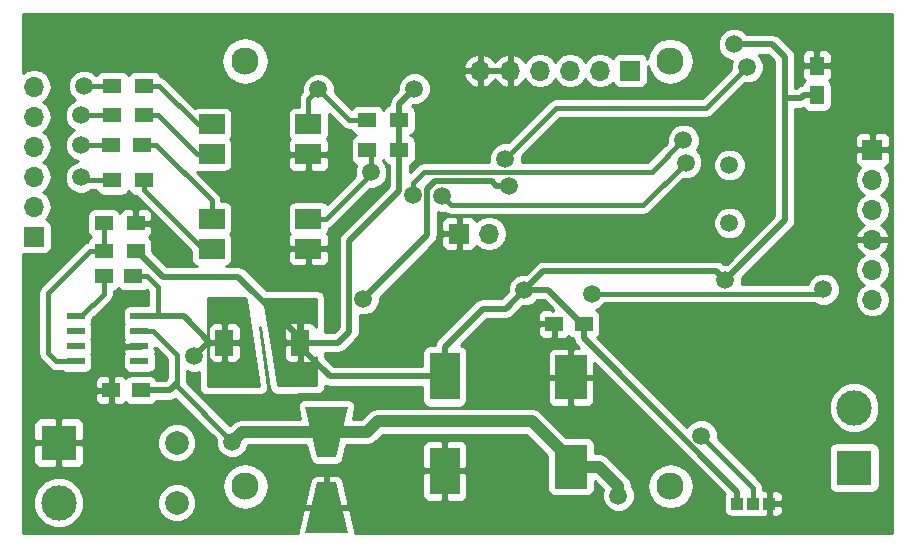
<source format=gbr>
%TF.GenerationSoftware,KiCad,Pcbnew,4.0.7*%
%TF.CreationDate,2017-11-23T17:01:34+01:00*%
%TF.ProjectId,dispenser,64697370656E7365722E6B696361645F,A*%
%TF.FileFunction,Copper,L1,Top,Signal*%
%FSLAX46Y46*%
G04 Gerber Fmt 4.6, Leading zero omitted, Abs format (unit mm)*
G04 Created by KiCad (PCBNEW 4.0.7) date 11/23/17 17:01:34*
%MOMM*%
%LPD*%
G01*
G04 APERTURE LIST*
%ADD10C,0.100000*%
%ADD11C,2.300000*%
%ADD12R,3.000000X3.000000*%
%ADD13C,3.000000*%
%ADD14C,2.000000*%
%ADD15R,1.500000X2.200000*%
%ADD16R,1.500000X1.250000*%
%ADD17R,1.000000X1.000000*%
%ADD18R,1.700000X1.700000*%
%ADD19O,1.700000X1.700000*%
%ADD20R,2.200000X1.700000*%
%ADD21R,1.500000X1.300000*%
%ADD22R,2.500000X4.000000*%
%ADD23R,2.700000X3.750000*%
%ADD24C,1.500000*%
%ADD25R,1.550000X0.600000*%
%ADD26R,1.250000X1.500000*%
%ADD27C,0.400000*%
%ADD28C,1.000000*%
%ADD29C,0.500000*%
%ADD30C,0.254000*%
G04 APERTURE END LIST*
D10*
D11*
X20300000Y41700000D03*
X56300000Y41700000D03*
X56300000Y5700000D03*
X20300000Y5700000D03*
D12*
X4500000Y9400000D03*
D13*
X4500000Y4320000D03*
D14*
X14500000Y9400000D03*
X14490000Y4320000D03*
D15*
X18541200Y17868400D03*
X24941200Y17868400D03*
D10*
G36*
X25377200Y12448800D02*
X28977200Y12448800D01*
X27977200Y8148800D01*
X26377200Y8148800D01*
X25377200Y12448800D01*
X25377200Y12448800D01*
G37*
G36*
X28977200Y1748800D02*
X25377200Y1748800D01*
X26377200Y6048800D01*
X27977200Y6048800D01*
X28977200Y1748800D01*
X28977200Y1748800D01*
G37*
D16*
X11447300Y13842500D03*
X8947300Y13842500D03*
D17*
X64671400Y4241300D03*
X61971400Y4241300D03*
X63321400Y4241300D03*
D18*
X2400000Y26850000D03*
D19*
X2400000Y29390000D03*
X2400000Y31930000D03*
X2400000Y34470000D03*
X2400000Y37010000D03*
X2400000Y39550000D03*
D20*
X17450000Y36350000D03*
X17450000Y33810000D03*
X25650000Y33810000D03*
X25650000Y36350000D03*
X17450000Y28350000D03*
X17450000Y25810000D03*
X25650000Y25810000D03*
X25650000Y28350000D03*
D21*
X9050000Y31600000D03*
X11750000Y31600000D03*
X9050000Y37100000D03*
X11750000Y37100000D03*
X11750000Y39600000D03*
X9050000Y39600000D03*
X11600000Y34600000D03*
X8900000Y34600000D03*
D12*
X71855800Y7289300D03*
D13*
X71855800Y12369300D03*
D18*
X73405200Y34200600D03*
D19*
X73405200Y31660600D03*
X73405200Y29120600D03*
X73405200Y26580600D03*
X73405200Y24040600D03*
X73405200Y21500600D03*
D22*
X37184800Y15010400D03*
X37184800Y7010400D03*
D23*
X47878200Y7362400D03*
X47878200Y14912400D03*
D18*
X38400000Y27100000D03*
D19*
X40940000Y27100000D03*
D16*
X48950000Y19450000D03*
X46450000Y19450000D03*
D24*
X61300000Y32900000D03*
X61300000Y28000000D03*
D25*
X5935200Y20078200D03*
X5935200Y18808200D03*
X5935200Y17538200D03*
X5935200Y16268200D03*
X11335200Y16268200D03*
X11335200Y17538200D03*
X11335200Y18808200D03*
X11335200Y20078200D03*
D21*
X11039300Y27964900D03*
X8339300Y27964900D03*
D16*
X10837700Y23494500D03*
X8337700Y23494500D03*
D21*
X11039300Y25653500D03*
X8339300Y25653500D03*
X30643040Y34175200D03*
X33343040Y34175200D03*
X30650000Y36700000D03*
X33350000Y36700000D03*
D26*
X68696040Y38818000D03*
X68696040Y41318000D03*
D18*
X52887080Y40901120D03*
D19*
X50347080Y40901120D03*
X47807080Y40901120D03*
X45267080Y40901120D03*
X42727080Y40901120D03*
X40187080Y40901120D03*
D24*
X19205137Y9491007D03*
X51893695Y4921122D03*
X61670347Y43119060D03*
X34625000Y39375000D03*
X43925000Y22325000D03*
X60949040Y23171920D03*
X6400000Y37100000D03*
X6400000Y31850000D03*
X26497347Y39303346D03*
X30953746Y32273268D03*
X6650000Y39600000D03*
X6400000Y34600000D03*
X30292370Y21550000D03*
X42596952Y31149979D03*
X34518177Y30360711D03*
X57400000Y35000000D03*
X36952638Y30251649D03*
X57600000Y33100000D03*
X62821969Y41221284D03*
X42328064Y33449990D03*
X58908682Y10001089D03*
X15950010Y16692078D03*
X69239600Y22376900D03*
X49643500Y22021300D03*
D27*
X25650000Y25810000D02*
X24150000Y25810000D01*
X12510200Y18808200D02*
X14500000Y16818400D01*
X11335200Y18808200D02*
X12510200Y18808200D01*
D28*
X47878200Y7887400D02*
X44546920Y11218680D01*
X47878200Y7362400D02*
X47878200Y7887400D01*
X47878200Y7362400D02*
X50228200Y7362400D01*
D27*
X14500000Y14452100D02*
X14500000Y14196144D01*
X14500000Y14196144D02*
X19205137Y9491007D01*
D28*
X27177200Y10298800D02*
X20012930Y10298800D01*
D27*
X14500000Y16818400D02*
X14500000Y14452100D01*
D28*
X50228200Y7362400D02*
X51893695Y5696905D01*
X20012930Y10298800D02*
X19205137Y9491007D01*
X30595640Y10298800D02*
X27177200Y10298800D01*
X31515520Y11218680D02*
X30595640Y10298800D01*
X51893695Y5696905D02*
X51893695Y4921122D01*
X44546920Y11218680D02*
X31515520Y11218680D01*
D29*
X11447300Y13842500D02*
X13890400Y13842500D01*
X13890400Y13842500D02*
X14500000Y14452100D01*
X24941200Y17868400D02*
X24941200Y18218400D01*
X24941200Y17868400D02*
X24941200Y20053457D01*
X24941200Y18218400D02*
X19703200Y23456400D01*
X24941200Y17868400D02*
X24941200Y17518400D01*
X11139300Y25653500D02*
X11039300Y25653500D01*
X13336400Y23456400D02*
X11139300Y25653500D01*
X19703200Y23456400D02*
X13336400Y23456400D01*
X37184800Y17510400D02*
X40413000Y20738600D01*
X40413000Y20738600D02*
X42338600Y20738600D01*
X42338600Y20738600D02*
X43925000Y22325000D01*
X61971400Y5241300D02*
X48950000Y18262700D01*
X48950000Y19450000D02*
X48825000Y19450000D01*
X48825000Y19450000D02*
X45950000Y22325000D01*
X48950000Y18262700D02*
X48950000Y19450000D01*
X24941200Y17518400D02*
X27449200Y15010400D01*
X60199041Y23921919D02*
X45521919Y23921919D01*
X60949040Y23171920D02*
X65987245Y28210125D01*
X60949040Y23171920D02*
X60199041Y23921919D01*
X65987245Y28210125D02*
X65987245Y38559240D01*
X27449200Y15010400D02*
X37184800Y15010400D01*
X61971400Y4241300D02*
X61971400Y5241300D01*
X37184800Y15010400D02*
X37184800Y17510400D01*
X45950000Y22325000D02*
X43925000Y22325000D01*
X45521919Y23921919D02*
X43925000Y22325000D01*
X33343040Y34175200D02*
X33343040Y36693040D01*
X33343040Y30743038D02*
X29092360Y26492358D01*
X33343040Y34175200D02*
X33343040Y30743038D01*
X29092360Y18792960D02*
X28167800Y17868400D01*
X29092360Y26492358D02*
X29092360Y18792960D01*
X28167800Y17868400D02*
X24941200Y17868400D01*
X33343040Y36693040D02*
X33350000Y36700000D01*
X33350000Y36700000D02*
X33350000Y38100000D01*
X33350000Y36700000D02*
X33450000Y36700000D01*
X65987245Y38559240D02*
X65987245Y42057528D01*
X65987245Y42057528D02*
X64925713Y43119060D01*
X68696040Y38818000D02*
X67571040Y38818000D01*
X64925713Y43119060D02*
X61670347Y43119060D01*
X67312280Y38559240D02*
X65987245Y38559240D01*
X67571040Y38818000D02*
X67312280Y38559240D01*
X33350000Y38100000D02*
X34625000Y39375000D01*
D27*
X11750000Y37100000D02*
X12893633Y37100000D01*
X12893633Y37100000D02*
X16183633Y33810000D01*
X16183633Y33810000D02*
X17200000Y33810000D01*
X17200000Y33810000D02*
X17450000Y33810000D01*
X9050000Y37100000D02*
X6400000Y37100000D01*
X6650000Y31600000D02*
X6400000Y31850000D01*
X9050000Y31600000D02*
X6650000Y31600000D01*
X11750000Y31600000D02*
X11750000Y30781110D01*
X11750000Y30781110D02*
X16721110Y25810000D01*
X16721110Y25810000D02*
X17450000Y25810000D01*
X29100693Y36700000D02*
X26497347Y39303346D01*
X25650000Y36350000D02*
X25650000Y38455999D01*
X30650000Y36700000D02*
X29100693Y36700000D01*
X25650000Y38455999D02*
X26497347Y39303346D01*
X30953746Y32273268D02*
X30953746Y33864494D01*
X30953746Y33864494D02*
X30643040Y34175200D01*
X27150000Y28350000D02*
X30953746Y32153746D01*
X25650000Y28350000D02*
X25900000Y28350000D01*
X30953746Y32153746D02*
X30953746Y32273268D01*
X25650000Y28350000D02*
X27150000Y28350000D01*
X9050000Y39600000D02*
X6650000Y39600000D01*
X6400000Y34600000D02*
X8900000Y34600000D01*
X16259401Y36350000D02*
X13009401Y39600000D01*
X17450000Y36350000D02*
X16259401Y36350000D01*
X13009401Y39600000D02*
X11750000Y39600000D01*
X11600000Y34600000D02*
X12750000Y34600000D01*
X17450000Y29900000D02*
X17450000Y28350000D01*
X12750000Y34600000D02*
X17450000Y29900000D01*
D29*
X35718187Y26975817D02*
X35718187Y30896549D01*
X30292370Y21550000D02*
X35718187Y26975817D01*
X41536292Y31149979D02*
X42596952Y31149979D01*
X41165722Y31520549D02*
X41536292Y31149979D01*
X36342187Y31520549D02*
X41165722Y31520549D01*
X35718187Y30896549D02*
X36342187Y31520549D01*
D27*
X35396795Y32299989D02*
X34518177Y31421371D01*
X34518177Y31421371D02*
X34518177Y30360711D01*
X57400000Y35000000D02*
X54699989Y32299989D01*
X54699989Y32299989D02*
X35396795Y32299989D01*
X37702637Y29501650D02*
X36952638Y30251649D01*
X54001650Y29501650D02*
X37702637Y29501650D01*
X57600000Y33100000D02*
X54001650Y29501650D01*
X43078063Y34199989D02*
X42328064Y33449990D01*
X46596574Y37718500D02*
X43078063Y34199989D01*
X59319185Y37718500D02*
X46596574Y37718500D01*
X62821969Y41221284D02*
X59319185Y37718500D01*
X63321400Y4241300D02*
X63321400Y5588371D01*
X63321400Y5588371D02*
X58908682Y10001089D01*
X10837700Y23494500D02*
X11987700Y23494500D01*
D29*
X17126332Y17868400D02*
X15950010Y16692078D01*
X18541200Y17868400D02*
X17291200Y17868400D01*
X15081400Y20078200D02*
X12927800Y20078200D01*
X17291200Y17868400D02*
X17126332Y17868400D01*
X17291200Y17868400D02*
X15081400Y20078200D01*
D27*
X12927800Y22554400D02*
X12927800Y20078200D01*
D29*
X12927800Y20078200D02*
X11335200Y20078200D01*
D27*
X11987700Y23494500D02*
X12927800Y22554400D01*
X8337700Y23494500D02*
X8337700Y22005700D01*
X8337700Y22005700D02*
X6410200Y20078200D01*
X6410200Y20078200D02*
X5935200Y20078200D01*
X49643500Y22021300D02*
X68884000Y22021300D01*
X68884000Y22021300D02*
X69239600Y22376900D01*
X8339300Y25653500D02*
X7189300Y25653500D01*
X8339300Y27964900D02*
X8339300Y25653500D01*
X3568523Y22032723D02*
X3568523Y16980037D01*
X4280360Y16268200D02*
X5935200Y16268200D01*
X3568523Y16980037D02*
X4280360Y16268200D01*
X7189300Y25653500D02*
X3568523Y22032723D01*
D30*
G36*
X20278438Y21629582D02*
X20405554Y21502467D01*
X21480297Y14160403D01*
X17106308Y14172353D01*
X17111908Y17582650D01*
X17156200Y17582650D01*
X17156200Y16705858D01*
X17180603Y16583177D01*
X17228470Y16467615D01*
X17297963Y16363611D01*
X17386411Y16275163D01*
X17490415Y16205670D01*
X17605977Y16157803D01*
X17728658Y16133400D01*
X18255450Y16133400D01*
X18414200Y16292150D01*
X18414200Y17741400D01*
X18668200Y17741400D01*
X18668200Y16292150D01*
X18826950Y16133400D01*
X19353742Y16133400D01*
X19476423Y16157803D01*
X19591985Y16205670D01*
X19695989Y16275163D01*
X19784437Y16363611D01*
X19853930Y16467615D01*
X19901797Y16583177D01*
X19926200Y16705858D01*
X19926200Y17582650D01*
X19767450Y17741400D01*
X18668200Y17741400D01*
X18414200Y17741400D01*
X17314950Y17741400D01*
X17156200Y17582650D01*
X17111908Y17582650D01*
X17114286Y19030942D01*
X17156200Y19030942D01*
X17156200Y18154150D01*
X17314950Y17995400D01*
X18414200Y17995400D01*
X18414200Y19444650D01*
X18668200Y19444650D01*
X18668200Y17995400D01*
X19767450Y17995400D01*
X19926200Y18154150D01*
X19926200Y19030942D01*
X19901797Y19153623D01*
X19853930Y19269185D01*
X19784437Y19373189D01*
X19695989Y19461637D01*
X19591985Y19531130D01*
X19476423Y19578997D01*
X19353742Y19603400D01*
X18826950Y19603400D01*
X18668200Y19444650D01*
X18414200Y19444650D01*
X18255450Y19603400D01*
X17728658Y19603400D01*
X17605977Y19578997D01*
X17490415Y19531130D01*
X17386411Y19461637D01*
X17297963Y19373189D01*
X17228470Y19269185D01*
X17180603Y19153623D01*
X17156200Y19030942D01*
X17114286Y19030942D01*
X17118592Y21653000D01*
X17702396Y21653000D01*
X20278438Y21629582D01*
X20278438Y21629582D01*
G37*
X20278438Y21629582D02*
X20405554Y21502467D01*
X21480297Y14160403D01*
X17106308Y14172353D01*
X17111908Y17582650D01*
X17156200Y17582650D01*
X17156200Y16705858D01*
X17180603Y16583177D01*
X17228470Y16467615D01*
X17297963Y16363611D01*
X17386411Y16275163D01*
X17490415Y16205670D01*
X17605977Y16157803D01*
X17728658Y16133400D01*
X18255450Y16133400D01*
X18414200Y16292150D01*
X18414200Y17741400D01*
X18668200Y17741400D01*
X18668200Y16292150D01*
X18826950Y16133400D01*
X19353742Y16133400D01*
X19476423Y16157803D01*
X19591985Y16205670D01*
X19695989Y16275163D01*
X19784437Y16363611D01*
X19853930Y16467615D01*
X19901797Y16583177D01*
X19926200Y16705858D01*
X19926200Y17582650D01*
X19767450Y17741400D01*
X18668200Y17741400D01*
X18414200Y17741400D01*
X17314950Y17741400D01*
X17156200Y17582650D01*
X17111908Y17582650D01*
X17114286Y19030942D01*
X17156200Y19030942D01*
X17156200Y18154150D01*
X17314950Y17995400D01*
X18414200Y17995400D01*
X18414200Y19444650D01*
X18668200Y19444650D01*
X18668200Y17995400D01*
X19767450Y17995400D01*
X19926200Y18154150D01*
X19926200Y19030942D01*
X19901797Y19153623D01*
X19853930Y19269185D01*
X19784437Y19373189D01*
X19695989Y19461637D01*
X19591985Y19531130D01*
X19476423Y19578997D01*
X19353742Y19603400D01*
X18826950Y19603400D01*
X18668200Y19444650D01*
X18414200Y19444650D01*
X18255450Y19603400D01*
X17728658Y19603400D01*
X17605977Y19578997D01*
X17490415Y19531130D01*
X17386411Y19461637D01*
X17297963Y19373189D01*
X17228470Y19269185D01*
X17180603Y19153623D01*
X17156200Y19030942D01*
X17114286Y19030942D01*
X17118592Y21653000D01*
X17702396Y21653000D01*
X20278438Y21629582D01*
G36*
X26292345Y19176441D02*
X26253930Y19269185D01*
X26184437Y19373189D01*
X26095989Y19461637D01*
X25991985Y19531130D01*
X25876423Y19578997D01*
X25753742Y19603400D01*
X25226950Y19603400D01*
X25068200Y19444650D01*
X25068200Y17995400D01*
X25088200Y17995400D01*
X25088200Y17741400D01*
X25068200Y17741400D01*
X25068200Y16292150D01*
X25226950Y16133400D01*
X25753742Y16133400D01*
X25876423Y16157803D01*
X25991985Y16205670D01*
X26095989Y16275163D01*
X26184437Y16363611D01*
X26253930Y16467615D01*
X26301797Y16583177D01*
X26309546Y16622135D01*
X26325449Y14260605D01*
X23053615Y14235059D01*
X22534739Y17582650D01*
X23556200Y17582650D01*
X23556200Y16705858D01*
X23580603Y16583177D01*
X23628470Y16467615D01*
X23697963Y16363611D01*
X23786411Y16275163D01*
X23890415Y16205670D01*
X24005977Y16157803D01*
X24128658Y16133400D01*
X24655450Y16133400D01*
X24814200Y16292150D01*
X24814200Y17741400D01*
X23714950Y17741400D01*
X23556200Y17582650D01*
X22534739Y17582650D01*
X22310254Y19030942D01*
X23556200Y19030942D01*
X23556200Y18154150D01*
X23714950Y17995400D01*
X24814200Y17995400D01*
X24814200Y19444650D01*
X24655450Y19603400D01*
X24128658Y19603400D01*
X24005977Y19578997D01*
X23890415Y19531130D01*
X23786411Y19461637D01*
X23697963Y19373189D01*
X23628470Y19269185D01*
X23580603Y19153623D01*
X23556200Y19030942D01*
X22310254Y19030942D01*
X21921796Y21537117D01*
X26276355Y21550998D01*
X26292345Y19176441D01*
X26292345Y19176441D01*
G37*
X26292345Y19176441D02*
X26253930Y19269185D01*
X26184437Y19373189D01*
X26095989Y19461637D01*
X25991985Y19531130D01*
X25876423Y19578997D01*
X25753742Y19603400D01*
X25226950Y19603400D01*
X25068200Y19444650D01*
X25068200Y17995400D01*
X25088200Y17995400D01*
X25088200Y17741400D01*
X25068200Y17741400D01*
X25068200Y16292150D01*
X25226950Y16133400D01*
X25753742Y16133400D01*
X25876423Y16157803D01*
X25991985Y16205670D01*
X26095989Y16275163D01*
X26184437Y16363611D01*
X26253930Y16467615D01*
X26301797Y16583177D01*
X26309546Y16622135D01*
X26325449Y14260605D01*
X23053615Y14235059D01*
X22534739Y17582650D01*
X23556200Y17582650D01*
X23556200Y16705858D01*
X23580603Y16583177D01*
X23628470Y16467615D01*
X23697963Y16363611D01*
X23786411Y16275163D01*
X23890415Y16205670D01*
X24005977Y16157803D01*
X24128658Y16133400D01*
X24655450Y16133400D01*
X24814200Y16292150D01*
X24814200Y17741400D01*
X23714950Y17741400D01*
X23556200Y17582650D01*
X22534739Y17582650D01*
X22310254Y19030942D01*
X23556200Y19030942D01*
X23556200Y18154150D01*
X23714950Y17995400D01*
X24814200Y17995400D01*
X24814200Y19444650D01*
X24655450Y19603400D01*
X24128658Y19603400D01*
X24005977Y19578997D01*
X23890415Y19531130D01*
X23786411Y19461637D01*
X23697963Y19373189D01*
X23628470Y19269185D01*
X23580603Y19153623D01*
X23556200Y19030942D01*
X22310254Y19030942D01*
X21921796Y21537117D01*
X26276355Y21550998D01*
X26292345Y19176441D01*
G36*
X75090000Y1710026D02*
X29613085Y1711723D01*
X29607812Y1895454D01*
X29171452Y3771800D01*
X27304200Y3771800D01*
X27304200Y3751800D01*
X27050200Y3751800D01*
X27050200Y3771800D01*
X25182948Y3771800D01*
X24746588Y1895454D01*
X24730007Y1766687D01*
X24739533Y1711905D01*
X1510000Y1712772D01*
X1510000Y3897185D01*
X2364630Y3897185D01*
X2688980Y3112200D01*
X3289041Y2511091D01*
X4073459Y2185372D01*
X4922815Y2184630D01*
X5707800Y2508980D01*
X6308909Y3109041D01*
X6634628Y3893459D01*
X6634717Y3996205D01*
X12854716Y3996205D01*
X13103106Y3395057D01*
X13562637Y2934722D01*
X14163352Y2685284D01*
X14813795Y2684716D01*
X15414943Y2933106D01*
X15875278Y3392637D01*
X16124716Y3993352D01*
X16125284Y4643795D01*
X15876894Y5244943D01*
X15422632Y5700000D01*
X18317208Y5700000D01*
X18468139Y4941218D01*
X18897954Y4297954D01*
X19541218Y3868139D01*
X20300000Y3717208D01*
X21058782Y3868139D01*
X21294738Y4025800D01*
X25242017Y4025800D01*
X27050200Y4025800D01*
X27050200Y6696240D01*
X27304200Y6696240D01*
X27304200Y4025800D01*
X29112383Y4025800D01*
X28607812Y6195454D01*
X28441290Y6500241D01*
X28229090Y6645231D01*
X27977200Y6696240D01*
X27304200Y6696240D01*
X27050200Y6696240D01*
X26377200Y6696240D01*
X26042615Y6603085D01*
X25853328Y6429243D01*
X25746588Y6195454D01*
X25242017Y4025800D01*
X21294738Y4025800D01*
X21702046Y4297954D01*
X22131861Y4941218D01*
X22282792Y5700000D01*
X22131861Y6458782D01*
X21954214Y6724650D01*
X35299800Y6724650D01*
X35299800Y4884091D01*
X35396473Y4650702D01*
X35575101Y4472073D01*
X35808490Y4375400D01*
X36899050Y4375400D01*
X37057800Y4534150D01*
X37057800Y6883400D01*
X37311800Y6883400D01*
X37311800Y4534150D01*
X37470550Y4375400D01*
X38561110Y4375400D01*
X38794499Y4472073D01*
X38973127Y4650702D01*
X39069800Y4884091D01*
X39069800Y6724650D01*
X38911050Y6883400D01*
X37311800Y6883400D01*
X37057800Y6883400D01*
X35458550Y6883400D01*
X35299800Y6724650D01*
X21954214Y6724650D01*
X21702046Y7102046D01*
X21058782Y7531861D01*
X20300000Y7682792D01*
X19541218Y7531861D01*
X18897954Y7102046D01*
X18468139Y6458782D01*
X18317208Y5700000D01*
X15422632Y5700000D01*
X15417363Y5705278D01*
X14816648Y5954716D01*
X14166205Y5955284D01*
X13565057Y5706894D01*
X13104722Y5247363D01*
X12855284Y4646648D01*
X12854716Y3996205D01*
X6634717Y3996205D01*
X6635370Y4742815D01*
X6311020Y5527800D01*
X5710959Y6128909D01*
X4926541Y6454628D01*
X4077185Y6455370D01*
X3292200Y6131020D01*
X2691091Y5530959D01*
X2365372Y4746541D01*
X2364630Y3897185D01*
X1510000Y3897185D01*
X1510000Y9114250D01*
X2365000Y9114250D01*
X2365000Y7773691D01*
X2461673Y7540302D01*
X2640301Y7361673D01*
X2873690Y7265000D01*
X4214250Y7265000D01*
X4373000Y7423750D01*
X4373000Y9273000D01*
X4627000Y9273000D01*
X4627000Y7423750D01*
X4785750Y7265000D01*
X6126310Y7265000D01*
X6359699Y7361673D01*
X6538327Y7540302D01*
X6635000Y7773691D01*
X6635000Y9076205D01*
X12864716Y9076205D01*
X13113106Y8475057D01*
X13572637Y8014722D01*
X14173352Y7765284D01*
X14823795Y7764716D01*
X15424943Y8013106D01*
X15885278Y8472637D01*
X16134716Y9073352D01*
X16135284Y9723795D01*
X15886894Y10324943D01*
X15427363Y10785278D01*
X14826648Y11034716D01*
X14176205Y11035284D01*
X13575057Y10786894D01*
X13114722Y10327363D01*
X12865284Y9726648D01*
X12864716Y9076205D01*
X6635000Y9076205D01*
X6635000Y9114250D01*
X6476250Y9273000D01*
X4627000Y9273000D01*
X4373000Y9273000D01*
X2523750Y9273000D01*
X2365000Y9114250D01*
X1510000Y9114250D01*
X1510000Y11026309D01*
X2365000Y11026309D01*
X2365000Y9685750D01*
X2523750Y9527000D01*
X4373000Y9527000D01*
X4373000Y11376250D01*
X4627000Y11376250D01*
X4627000Y9527000D01*
X6476250Y9527000D01*
X6635000Y9685750D01*
X6635000Y11026309D01*
X6538327Y11259698D01*
X6359699Y11438327D01*
X6126310Y11535000D01*
X4785750Y11535000D01*
X4627000Y11376250D01*
X4373000Y11376250D01*
X4214250Y11535000D01*
X2873690Y11535000D01*
X2640301Y11438327D01*
X2461673Y11259698D01*
X2365000Y11026309D01*
X1510000Y11026309D01*
X1510000Y13556750D01*
X7562300Y13556750D01*
X7562300Y13091190D01*
X7658973Y12857801D01*
X7837602Y12679173D01*
X8070991Y12582500D01*
X8661550Y12582500D01*
X8820300Y12741250D01*
X8820300Y13715500D01*
X7721050Y13715500D01*
X7562300Y13556750D01*
X1510000Y13556750D01*
X1510000Y14593810D01*
X7562300Y14593810D01*
X7562300Y14128250D01*
X7721050Y13969500D01*
X8820300Y13969500D01*
X8820300Y14943750D01*
X8661550Y15102500D01*
X8070991Y15102500D01*
X7837602Y15005827D01*
X7658973Y14827199D01*
X7562300Y14593810D01*
X1510000Y14593810D01*
X1510000Y22032723D01*
X2733523Y22032723D01*
X2733523Y16980037D01*
X2797084Y16660496D01*
X2905086Y16498860D01*
X2978089Y16389603D01*
X3689926Y15677766D01*
X3960820Y15496760D01*
X4280360Y15433200D01*
X4818403Y15433200D01*
X4908310Y15371769D01*
X5160200Y15320760D01*
X6710200Y15320760D01*
X6945517Y15365038D01*
X7161641Y15504110D01*
X7306631Y15716310D01*
X7357640Y15968200D01*
X7357640Y16568200D01*
X7313362Y16803517D01*
X7249522Y16902728D01*
X7306631Y16986310D01*
X7357640Y17238200D01*
X7357640Y17838200D01*
X7313362Y18073517D01*
X7249522Y18172728D01*
X7306631Y18256310D01*
X7357640Y18508200D01*
X7357640Y19108200D01*
X7313362Y19343517D01*
X7249522Y19442728D01*
X7306631Y19526310D01*
X7357640Y19778200D01*
X7357640Y19844772D01*
X8928134Y21415266D01*
X9109140Y21686160D01*
X9172700Y22005700D01*
X9172700Y22238054D01*
X9323017Y22266338D01*
X9539141Y22405410D01*
X9586834Y22475211D01*
X9623610Y22418059D01*
X9835810Y22273069D01*
X10087700Y22222060D01*
X11587700Y22222060D01*
X11823017Y22266338D01*
X11951997Y22349335D01*
X12092800Y22208532D01*
X12092800Y21025640D01*
X10560200Y21025640D01*
X10324883Y20981362D01*
X10108759Y20842290D01*
X9963769Y20630090D01*
X9912760Y20378200D01*
X9912760Y19778200D01*
X9957038Y19542883D01*
X10020878Y19443672D01*
X9963769Y19360090D01*
X9912760Y19108200D01*
X9912760Y18508200D01*
X9957038Y18272883D01*
X10015378Y18182220D01*
X9925200Y17964510D01*
X9925200Y17823950D01*
X10083950Y17665200D01*
X11208200Y17665200D01*
X11208200Y17685200D01*
X11462200Y17685200D01*
X11462200Y17665200D01*
X11482200Y17665200D01*
X11482200Y17411200D01*
X11462200Y17411200D01*
X11462200Y17391200D01*
X11208200Y17391200D01*
X11208200Y17411200D01*
X10083950Y17411200D01*
X9925200Y17252450D01*
X9925200Y17111890D01*
X10015006Y16895078D01*
X9963769Y16820090D01*
X9912760Y16568200D01*
X9912760Y15968200D01*
X9957038Y15732883D01*
X10096110Y15516759D01*
X10308310Y15371769D01*
X10560200Y15320760D01*
X12110200Y15320760D01*
X12345517Y15365038D01*
X12561641Y15504110D01*
X12706631Y15716310D01*
X12757640Y15968200D01*
X12757640Y16568200D01*
X12713362Y16803517D01*
X12655022Y16894180D01*
X12745200Y17111890D01*
X12745200Y17252450D01*
X12586452Y17411198D01*
X12726334Y17411198D01*
X13665000Y16472532D01*
X13665000Y14868679D01*
X13523820Y14727500D01*
X12784579Y14727500D01*
X12661390Y14918941D01*
X12449190Y15063931D01*
X12197300Y15114940D01*
X10697300Y15114940D01*
X10461983Y15070662D01*
X10245859Y14931590D01*
X10199331Y14863494D01*
X10056998Y15005827D01*
X9823609Y15102500D01*
X9233050Y15102500D01*
X9074300Y14943750D01*
X9074300Y13969500D01*
X9094300Y13969500D01*
X9094300Y13715500D01*
X9074300Y13715500D01*
X9074300Y12741250D01*
X9233050Y12582500D01*
X9823609Y12582500D01*
X10056998Y12679173D01*
X10198236Y12820410D01*
X10233210Y12766059D01*
X10445410Y12621069D01*
X10697300Y12570060D01*
X12197300Y12570060D01*
X12432617Y12614338D01*
X12648741Y12753410D01*
X12788190Y12957500D01*
X13890395Y12957500D01*
X13890400Y12957499D01*
X14172884Y13013690D01*
X14229075Y13024867D01*
X14385734Y13129542D01*
X17820314Y9694962D01*
X17819897Y9216722D01*
X18030306Y8707492D01*
X18419573Y8317546D01*
X18928435Y8106248D01*
X19479422Y8105767D01*
X19988652Y8316176D01*
X20378598Y8705443D01*
X20568924Y9163800D01*
X25476436Y9163800D01*
X25746588Y8002146D01*
X25913110Y7697359D01*
X26125310Y7552369D01*
X26377200Y7501360D01*
X27977200Y7501360D01*
X28311785Y7594515D01*
X28501072Y7768357D01*
X28607812Y8002146D01*
X28871663Y9136709D01*
X35299800Y9136709D01*
X35299800Y7296150D01*
X35458550Y7137400D01*
X37057800Y7137400D01*
X37057800Y9486650D01*
X37311800Y9486650D01*
X37311800Y7137400D01*
X38911050Y7137400D01*
X39069800Y7296150D01*
X39069800Y9136709D01*
X38973127Y9370098D01*
X38794499Y9548727D01*
X38561110Y9645400D01*
X37470550Y9645400D01*
X37311800Y9486650D01*
X37057800Y9486650D01*
X36899050Y9645400D01*
X35808490Y9645400D01*
X35575101Y9548727D01*
X35396473Y9370098D01*
X35299800Y9136709D01*
X28871663Y9136709D01*
X28877964Y9163800D01*
X30595640Y9163800D01*
X31029986Y9250197D01*
X31398206Y9496234D01*
X31985652Y10083680D01*
X44076788Y10083680D01*
X45880760Y8279708D01*
X45880760Y5487400D01*
X45925038Y5252083D01*
X46064110Y5035959D01*
X46276310Y4890969D01*
X46528200Y4839960D01*
X49228200Y4839960D01*
X49463517Y4884238D01*
X49679641Y5023310D01*
X49824631Y5235510D01*
X49875640Y5487400D01*
X49875640Y6109828D01*
X50590710Y5394758D01*
X50508936Y5197824D01*
X50508455Y4646837D01*
X50718864Y4137607D01*
X51108131Y3747661D01*
X51616993Y3536363D01*
X52167980Y3535882D01*
X52677210Y3746291D01*
X53067156Y4135558D01*
X53278454Y4644420D01*
X53278935Y5195407D01*
X53070442Y5700000D01*
X54337004Y5700000D01*
X54486428Y4948794D01*
X54911952Y4311952D01*
X55548794Y3886428D01*
X56300000Y3737004D01*
X57051206Y3886428D01*
X57688048Y4311952D01*
X58113572Y4948794D01*
X58262996Y5700000D01*
X58113572Y6451206D01*
X57688048Y7088048D01*
X57051206Y7513572D01*
X56300000Y7662996D01*
X55548794Y7513572D01*
X54911952Y7088048D01*
X54486428Y6451206D01*
X54337004Y5700000D01*
X53070442Y5700000D01*
X53068526Y5704637D01*
X53016863Y5756390D01*
X52942299Y6131250D01*
X52696261Y6499471D01*
X51030766Y8164966D01*
X50796128Y8321746D01*
X50662546Y8411003D01*
X50228200Y8497400D01*
X49875640Y8497400D01*
X49875640Y9237400D01*
X49831362Y9472717D01*
X49692290Y9688841D01*
X49480090Y9833831D01*
X49228200Y9884840D01*
X47485892Y9884840D01*
X45349486Y12021246D01*
X44981266Y12267283D01*
X44546920Y12353680D01*
X31515520Y12353680D01*
X31081174Y12267283D01*
X30712954Y12021246D01*
X30125508Y11433800D01*
X29405871Y11433800D01*
X29607812Y12302146D01*
X29624393Y12430913D01*
X29580362Y12684117D01*
X29441290Y12900241D01*
X29229090Y13045231D01*
X28977200Y13096240D01*
X25377200Y13096240D01*
X25248024Y13083223D01*
X25011375Y12982982D01*
X24832370Y12798570D01*
X24739215Y12559044D01*
X24746588Y12302146D01*
X24948529Y11433800D01*
X20012930Y11433800D01*
X19578584Y11347403D01*
X19300361Y11161500D01*
X19210364Y11101366D01*
X18993005Y10884007D01*
X15375091Y14501921D01*
X15335000Y14703471D01*
X15335000Y15447797D01*
X15673308Y15307319D01*
X16224295Y15306838D01*
X16346253Y15357230D01*
X16344101Y14046743D01*
X16386899Y13816522D01*
X16522719Y13604178D01*
X16730452Y13461406D01*
X16977365Y13410702D01*
X21625565Y13398002D01*
X21941344Y13481093D01*
X22131325Y13646756D01*
X22241885Y13873281D01*
X22255604Y14124972D01*
X21508693Y19227465D01*
X22317409Y14009943D01*
X22355163Y13871800D01*
X22493214Y13660900D01*
X22702440Y13520325D01*
X22949874Y13472226D01*
X26458258Y13499619D01*
X26688074Y13544595D01*
X26899122Y13682419D01*
X27039921Y13891494D01*
X27088286Y14138876D01*
X27087821Y14207937D01*
X27110526Y14192766D01*
X27449200Y14125399D01*
X27449205Y14125400D01*
X35287360Y14125400D01*
X35287360Y13010400D01*
X35331638Y12775083D01*
X35470710Y12558959D01*
X35682910Y12413969D01*
X35934800Y12362960D01*
X38434800Y12362960D01*
X38670117Y12407238D01*
X38886241Y12546310D01*
X39031231Y12758510D01*
X39082240Y13010400D01*
X39082240Y14626650D01*
X45893200Y14626650D01*
X45893200Y12911091D01*
X45989873Y12677702D01*
X46168501Y12499073D01*
X46401890Y12402400D01*
X47592450Y12402400D01*
X47751200Y12561150D01*
X47751200Y14785400D01*
X48005200Y14785400D01*
X48005200Y12561150D01*
X48163950Y12402400D01*
X49354510Y12402400D01*
X49587899Y12499073D01*
X49766527Y12677702D01*
X49863200Y12911091D01*
X49863200Y14626650D01*
X49704450Y14785400D01*
X48005200Y14785400D01*
X47751200Y14785400D01*
X46051950Y14785400D01*
X45893200Y14626650D01*
X39082240Y14626650D01*
X39082240Y16913709D01*
X45893200Y16913709D01*
X45893200Y15198150D01*
X46051950Y15039400D01*
X47751200Y15039400D01*
X47751200Y17263650D01*
X47592450Y17422400D01*
X46401890Y17422400D01*
X46168501Y17325727D01*
X45989873Y17147098D01*
X45893200Y16913709D01*
X39082240Y16913709D01*
X39082240Y17010400D01*
X39037962Y17245717D01*
X38898890Y17461841D01*
X38686690Y17606831D01*
X38558724Y17632745D01*
X40090229Y19164250D01*
X45065000Y19164250D01*
X45065000Y18698690D01*
X45161673Y18465301D01*
X45340302Y18286673D01*
X45573691Y18190000D01*
X46164250Y18190000D01*
X46323000Y18348750D01*
X46323000Y19323000D01*
X45223750Y19323000D01*
X45065000Y19164250D01*
X40090229Y19164250D01*
X40779579Y19853600D01*
X42338595Y19853600D01*
X42338600Y19853599D01*
X42621084Y19909790D01*
X42677275Y19920967D01*
X42964390Y20112810D01*
X43791695Y20940116D01*
X44199285Y20939760D01*
X44708515Y21150169D01*
X44998852Y21440000D01*
X45583420Y21440000D01*
X46322998Y20700422D01*
X46322998Y20551252D01*
X46164250Y20710000D01*
X45573691Y20710000D01*
X45340302Y20613327D01*
X45161673Y20434699D01*
X45065000Y20201310D01*
X45065000Y19735750D01*
X45223750Y19577000D01*
X46323000Y19577000D01*
X46323000Y19597000D01*
X46577000Y19597000D01*
X46577000Y19577000D01*
X46597000Y19577000D01*
X46597000Y19323000D01*
X46577000Y19323000D01*
X46577000Y18348750D01*
X46735750Y18190000D01*
X47326309Y18190000D01*
X47559698Y18286673D01*
X47700936Y18427910D01*
X47735910Y18373559D01*
X47948110Y18228569D01*
X48076979Y18202472D01*
X48102631Y18073517D01*
X48132367Y17924025D01*
X48199235Y17823950D01*
X48324210Y17636910D01*
X48538720Y17422400D01*
X48163950Y17422400D01*
X48005200Y17263650D01*
X48005200Y15039400D01*
X49704450Y15039400D01*
X49863200Y15198150D01*
X49863200Y16097920D01*
X60912704Y5048417D01*
X60874969Y4993190D01*
X60823960Y4741300D01*
X60823960Y3741300D01*
X60868238Y3505983D01*
X61007310Y3289859D01*
X61219510Y3144869D01*
X61471400Y3093860D01*
X62471400Y3093860D01*
X62652824Y3127997D01*
X62821400Y3093860D01*
X63821400Y3093860D01*
X63995869Y3126689D01*
X64045091Y3106300D01*
X64385650Y3106300D01*
X64544400Y3265050D01*
X64544400Y4114300D01*
X64798400Y4114300D01*
X64798400Y3265050D01*
X64957150Y3106300D01*
X65297709Y3106300D01*
X65531098Y3202973D01*
X65709727Y3381601D01*
X65806400Y3614990D01*
X65806400Y3955550D01*
X65647650Y4114300D01*
X64798400Y4114300D01*
X64544400Y4114300D01*
X64524400Y4114300D01*
X64524400Y4368300D01*
X64544400Y4368300D01*
X64544400Y5217550D01*
X64798400Y5217550D01*
X64798400Y4368300D01*
X65647650Y4368300D01*
X65806400Y4527050D01*
X65806400Y4867610D01*
X65709727Y5100999D01*
X65531098Y5279627D01*
X65297709Y5376300D01*
X64957150Y5376300D01*
X64798400Y5217550D01*
X64544400Y5217550D01*
X64385650Y5376300D01*
X64156400Y5376300D01*
X64156400Y5588371D01*
X64134811Y5696905D01*
X64092840Y5907911D01*
X63911834Y6178805D01*
X61301339Y8789300D01*
X69708360Y8789300D01*
X69708360Y5789300D01*
X69752638Y5553983D01*
X69891710Y5337859D01*
X70103910Y5192869D01*
X70355800Y5141860D01*
X73355800Y5141860D01*
X73591117Y5186138D01*
X73807241Y5325210D01*
X73952231Y5537410D01*
X74003240Y5789300D01*
X74003240Y8789300D01*
X73958962Y9024617D01*
X73819890Y9240741D01*
X73607690Y9385731D01*
X73355800Y9436740D01*
X70355800Y9436740D01*
X70120483Y9392462D01*
X69904359Y9253390D01*
X69759369Y9041190D01*
X69708360Y8789300D01*
X61301339Y8789300D01*
X60293505Y9797134D01*
X60293922Y10275374D01*
X60083513Y10784604D01*
X59694246Y11174550D01*
X59185384Y11385848D01*
X58634397Y11386329D01*
X58125167Y11175920D01*
X57735221Y10786653D01*
X57718322Y10745957D01*
X56517794Y11946485D01*
X69720430Y11946485D01*
X70044780Y11161500D01*
X70644841Y10560391D01*
X71429259Y10234672D01*
X72278615Y10233930D01*
X73063600Y10558280D01*
X73664709Y11158341D01*
X73990428Y11942759D01*
X73991170Y12792115D01*
X73666820Y13577100D01*
X73066759Y14178209D01*
X72282341Y14503928D01*
X71432985Y14504670D01*
X70648000Y14180320D01*
X70046891Y13580259D01*
X69721172Y12795841D01*
X69720430Y11946485D01*
X56517794Y11946485D01*
X50122191Y18342088D01*
X50151441Y18360910D01*
X50296431Y18573110D01*
X50347440Y18825000D01*
X50347440Y20075000D01*
X50303162Y20310317D01*
X50164090Y20526441D01*
X49971297Y20658171D01*
X50427015Y20846469D01*
X50767439Y21186300D01*
X68495311Y21186300D01*
X68962898Y20992141D01*
X69513885Y20991660D01*
X70023115Y21202069D01*
X70413061Y21591336D01*
X70624359Y22100198D01*
X70624840Y22651185D01*
X70414431Y23160415D01*
X70025164Y23550361D01*
X69516302Y23761659D01*
X68965315Y23762140D01*
X68456085Y23551731D01*
X68066139Y23162464D01*
X67939009Y22856300D01*
X62317639Y22856300D01*
X62333799Y22895218D01*
X62334157Y23305457D01*
X63069299Y24040600D01*
X71891107Y24040600D01*
X72004146Y23472315D01*
X72326053Y22990546D01*
X72655226Y22770600D01*
X72326053Y22550654D01*
X72004146Y22068885D01*
X71891107Y21500600D01*
X72004146Y20932315D01*
X72326053Y20450546D01*
X72807822Y20128639D01*
X73376107Y20015600D01*
X73434293Y20015600D01*
X74002578Y20128639D01*
X74484347Y20450546D01*
X74806254Y20932315D01*
X74919293Y21500600D01*
X74806254Y22068885D01*
X74484347Y22550654D01*
X74155174Y22770600D01*
X74484347Y22990546D01*
X74806254Y23472315D01*
X74919293Y24040600D01*
X74806254Y24608885D01*
X74484347Y25090654D01*
X74143647Y25318302D01*
X74286558Y25385417D01*
X74676845Y25813676D01*
X74846676Y26223710D01*
X74725355Y26453600D01*
X73532200Y26453600D01*
X73532200Y26433600D01*
X73278200Y26433600D01*
X73278200Y26453600D01*
X72085045Y26453600D01*
X71963724Y26223710D01*
X72133555Y25813676D01*
X72523842Y25385417D01*
X72666753Y25318302D01*
X72326053Y25090654D01*
X72004146Y24608885D01*
X71891107Y24040600D01*
X63069299Y24040600D01*
X66613032Y27584333D01*
X66613035Y27584335D01*
X66804878Y27871450D01*
X66820879Y27951890D01*
X66872246Y28210125D01*
X66872245Y28210130D01*
X66872245Y31660600D01*
X71891107Y31660600D01*
X72004146Y31092315D01*
X72326053Y30610546D01*
X72655226Y30390600D01*
X72326053Y30170654D01*
X72004146Y29688885D01*
X71891107Y29120600D01*
X72004146Y28552315D01*
X72326053Y28070546D01*
X72666753Y27842898D01*
X72523842Y27775783D01*
X72133555Y27347524D01*
X71963724Y26937490D01*
X72085045Y26707600D01*
X73278200Y26707600D01*
X73278200Y26727600D01*
X73532200Y26727600D01*
X73532200Y26707600D01*
X74725355Y26707600D01*
X74846676Y26937490D01*
X74676845Y27347524D01*
X74286558Y27775783D01*
X74143647Y27842898D01*
X74484347Y28070546D01*
X74806254Y28552315D01*
X74919293Y29120600D01*
X74806254Y29688885D01*
X74484347Y30170654D01*
X74155174Y30390600D01*
X74484347Y30610546D01*
X74806254Y31092315D01*
X74919293Y31660600D01*
X74806254Y32228885D01*
X74484347Y32710654D01*
X74440423Y32740003D01*
X74614898Y32812273D01*
X74793527Y32990901D01*
X74890200Y33224290D01*
X74890200Y33914850D01*
X74731450Y34073600D01*
X73532200Y34073600D01*
X73532200Y34053600D01*
X73278200Y34053600D01*
X73278200Y34073600D01*
X72078950Y34073600D01*
X71920200Y33914850D01*
X71920200Y33224290D01*
X72016873Y32990901D01*
X72195502Y32812273D01*
X72369977Y32740003D01*
X72326053Y32710654D01*
X72004146Y32228885D01*
X71891107Y31660600D01*
X66872245Y31660600D01*
X66872245Y35176910D01*
X71920200Y35176910D01*
X71920200Y34486350D01*
X72078950Y34327600D01*
X73278200Y34327600D01*
X73278200Y35526850D01*
X73532200Y35526850D01*
X73532200Y34327600D01*
X74731450Y34327600D01*
X74890200Y34486350D01*
X74890200Y35176910D01*
X74793527Y35410299D01*
X74614898Y35588927D01*
X74381509Y35685600D01*
X73690950Y35685600D01*
X73532200Y35526850D01*
X73278200Y35526850D01*
X73119450Y35685600D01*
X72428891Y35685600D01*
X72195502Y35588927D01*
X72016873Y35410299D01*
X71920200Y35176910D01*
X66872245Y35176910D01*
X66872245Y37674240D01*
X67312275Y37674240D01*
X67312280Y37674239D01*
X67540608Y37719657D01*
X67606950Y37616559D01*
X67819150Y37471569D01*
X68071040Y37420560D01*
X69321040Y37420560D01*
X69556357Y37464838D01*
X69772481Y37603910D01*
X69917471Y37816110D01*
X69968480Y38068000D01*
X69968480Y39568000D01*
X69924202Y39803317D01*
X69785130Y40019441D01*
X69717034Y40065969D01*
X69859367Y40208302D01*
X69956040Y40441691D01*
X69956040Y41032250D01*
X69797290Y41191000D01*
X68823040Y41191000D01*
X68823040Y41171000D01*
X68569040Y41171000D01*
X68569040Y41191000D01*
X67594790Y41191000D01*
X67436040Y41032250D01*
X67436040Y40441691D01*
X67532713Y40208302D01*
X67673950Y40067064D01*
X67619599Y40032090D01*
X67474609Y39819890D01*
X67445897Y39678108D01*
X67300998Y39649285D01*
X67232365Y39635633D01*
X66945923Y39444240D01*
X66872245Y39444240D01*
X66872245Y42057523D01*
X66872246Y42057528D01*
X66845039Y42194309D01*
X67436040Y42194309D01*
X67436040Y41603750D01*
X67594790Y41445000D01*
X68569040Y41445000D01*
X68569040Y42544250D01*
X68823040Y42544250D01*
X68823040Y41445000D01*
X69797290Y41445000D01*
X69956040Y41603750D01*
X69956040Y42194309D01*
X69859367Y42427698D01*
X69680739Y42606327D01*
X69447350Y42703000D01*
X68981790Y42703000D01*
X68823040Y42544250D01*
X68569040Y42544250D01*
X68410290Y42703000D01*
X67944730Y42703000D01*
X67711341Y42606327D01*
X67532713Y42427698D01*
X67436040Y42194309D01*
X66845039Y42194309D01*
X66805168Y42394745D01*
X66804878Y42396203D01*
X66613035Y42683318D01*
X66613032Y42683320D01*
X65551503Y43744850D01*
X65315449Y43902575D01*
X65264388Y43936693D01*
X65208197Y43947870D01*
X64925713Y44004061D01*
X64925708Y44004060D01*
X62743870Y44004060D01*
X62455911Y44292521D01*
X61947049Y44503819D01*
X61396062Y44504300D01*
X60886832Y44293891D01*
X60496886Y43904624D01*
X60285588Y43395762D01*
X60285107Y42844775D01*
X60495516Y42335545D01*
X60884783Y41945599D01*
X61393645Y41734301D01*
X61535285Y41734177D01*
X61437210Y41497986D01*
X61436790Y41016973D01*
X58973317Y38553500D01*
X46596574Y38553500D01*
X46277033Y38489939D01*
X46062258Y38346431D01*
X46006140Y38308934D01*
X42532019Y34834813D01*
X42053779Y34835230D01*
X41544549Y34624821D01*
X41154603Y34235554D01*
X40943305Y33726692D01*
X40942824Y33175705D01*
X40959647Y33134989D01*
X35396795Y33134989D01*
X35077254Y33071428D01*
X34956737Y32990901D01*
X34806360Y32890423D01*
X34228040Y32312102D01*
X34228040Y32903162D01*
X34328357Y32922038D01*
X34544481Y33061110D01*
X34689471Y33273310D01*
X34740480Y33525200D01*
X34740480Y34825200D01*
X34696202Y35060517D01*
X34557130Y35276641D01*
X34344930Y35421631D01*
X34275777Y35435635D01*
X34335317Y35446838D01*
X34551441Y35585910D01*
X34696431Y35798110D01*
X34747440Y36050000D01*
X34747440Y37350000D01*
X34703162Y37585317D01*
X34564090Y37801441D01*
X34408994Y37907414D01*
X34491695Y37990116D01*
X34899285Y37989760D01*
X35408515Y38200169D01*
X35798461Y38589436D01*
X36009759Y39098298D01*
X36010240Y39649285D01*
X35799831Y40158515D01*
X35414790Y40544228D01*
X38745594Y40544228D01*
X38991897Y40019762D01*
X39420156Y39629475D01*
X39830190Y39459644D01*
X40060080Y39580965D01*
X40060080Y40774120D01*
X40314080Y40774120D01*
X40314080Y39580965D01*
X40543970Y39459644D01*
X40954004Y39629475D01*
X41382263Y40019762D01*
X41457080Y40179074D01*
X41531897Y40019762D01*
X41960156Y39629475D01*
X42370190Y39459644D01*
X42600080Y39580965D01*
X42600080Y40774120D01*
X40314080Y40774120D01*
X40060080Y40774120D01*
X38866261Y40774120D01*
X38745594Y40544228D01*
X35414790Y40544228D01*
X35410564Y40548461D01*
X34901702Y40759759D01*
X34350715Y40760240D01*
X33841485Y40549831D01*
X33451539Y40160564D01*
X33240241Y39651702D01*
X33239883Y39241462D01*
X32724210Y38725790D01*
X32532367Y38438675D01*
X32524165Y38397440D01*
X32464999Y38100000D01*
X32465000Y38099995D01*
X32465000Y37972038D01*
X32364683Y37953162D01*
X32148559Y37814090D01*
X32003569Y37601890D01*
X32000919Y37588803D01*
X31864090Y37801441D01*
X31651890Y37946431D01*
X31400000Y37997440D01*
X29900000Y37997440D01*
X29664683Y37953162D01*
X29448559Y37814090D01*
X29334460Y37647101D01*
X27882170Y39099391D01*
X27882587Y39577631D01*
X27672178Y40086861D01*
X27282911Y40476807D01*
X26774049Y40688105D01*
X26223062Y40688586D01*
X25713832Y40478177D01*
X25323886Y40088910D01*
X25112588Y39580048D01*
X25112168Y39099035D01*
X25059566Y39046433D01*
X24878561Y38775540D01*
X24815000Y38455999D01*
X24815000Y37847440D01*
X24550000Y37847440D01*
X24314683Y37803162D01*
X24098559Y37664090D01*
X23953569Y37451890D01*
X23902560Y37200000D01*
X23902560Y35500000D01*
X23946838Y35264683D01*
X24068143Y35076169D01*
X24011673Y35019699D01*
X23915000Y34786310D01*
X23915000Y34095750D01*
X24073750Y33937000D01*
X25523000Y33937000D01*
X25523000Y33957000D01*
X25777000Y33957000D01*
X25777000Y33937000D01*
X27226250Y33937000D01*
X27385000Y34095750D01*
X27385000Y34786310D01*
X27288327Y35019699D01*
X27230129Y35077897D01*
X27346431Y35248110D01*
X27397440Y35500000D01*
X27397440Y37200000D01*
X27392252Y37227573D01*
X28510259Y36109566D01*
X28781152Y35928561D01*
X29100693Y35865000D01*
X29287370Y35865000D01*
X29296838Y35814683D01*
X29435910Y35598559D01*
X29648110Y35453569D01*
X29717263Y35439565D01*
X29657723Y35428362D01*
X29441599Y35289290D01*
X29296609Y35077090D01*
X29245600Y34825200D01*
X29245600Y33525200D01*
X29289878Y33289883D01*
X29428950Y33073759D01*
X29641150Y32928769D01*
X29719675Y32912867D01*
X29568987Y32549970D01*
X29568506Y31998983D01*
X29583011Y31963879D01*
X27236205Y29617073D01*
X27214090Y29651441D01*
X27001890Y29796431D01*
X26750000Y29847440D01*
X24550000Y29847440D01*
X24314683Y29803162D01*
X24098559Y29664090D01*
X23953569Y29451890D01*
X23902560Y29200000D01*
X23902560Y27500000D01*
X23946838Y27264683D01*
X24068143Y27076169D01*
X24011673Y27019699D01*
X23915000Y26786310D01*
X23915000Y26095750D01*
X24073750Y25937000D01*
X25523000Y25937000D01*
X25523000Y25957000D01*
X25777000Y25957000D01*
X25777000Y25937000D01*
X27226250Y25937000D01*
X27385000Y26095750D01*
X27385000Y26786310D01*
X27288327Y27019699D01*
X27230129Y27077897D01*
X27346431Y27248110D01*
X27397440Y27500000D01*
X27397440Y27564219D01*
X27469541Y27578561D01*
X27740434Y27759566D01*
X30869209Y30888341D01*
X31228031Y30888028D01*
X31737261Y31098437D01*
X32127207Y31487704D01*
X32338505Y31996566D01*
X32338986Y32547553D01*
X32128577Y33056783D01*
X31958165Y33227492D01*
X31989471Y33273310D01*
X31992121Y33286397D01*
X32128950Y33073759D01*
X32341150Y32928769D01*
X32458040Y32905098D01*
X32458040Y31109617D01*
X28466570Y27118148D01*
X28274727Y26831033D01*
X28274727Y26831032D01*
X28207359Y26492358D01*
X28207360Y26492353D01*
X28207360Y19159539D01*
X27801220Y18753400D01*
X27057212Y18753400D01*
X27037486Y21682676D01*
X26993334Y21911080D01*
X26856259Y22122616D01*
X26647685Y22264155D01*
X26400476Y22313397D01*
X22111454Y22299725D01*
X20328990Y24082190D01*
X20061989Y24260593D01*
X20041875Y24274033D01*
X19985684Y24285210D01*
X19703200Y24341401D01*
X19703195Y24341400D01*
X18703271Y24341400D01*
X18785317Y24356838D01*
X19001441Y24495910D01*
X19146431Y24708110D01*
X19197440Y24960000D01*
X19197440Y25524250D01*
X23915000Y25524250D01*
X23915000Y24833690D01*
X24011673Y24600301D01*
X24190302Y24421673D01*
X24423691Y24325000D01*
X25364250Y24325000D01*
X25523000Y24483750D01*
X25523000Y25683000D01*
X25777000Y25683000D01*
X25777000Y24483750D01*
X25935750Y24325000D01*
X26876309Y24325000D01*
X27109698Y24421673D01*
X27288327Y24600301D01*
X27385000Y24833690D01*
X27385000Y25524250D01*
X27226250Y25683000D01*
X25777000Y25683000D01*
X25523000Y25683000D01*
X24073750Y25683000D01*
X23915000Y25524250D01*
X19197440Y25524250D01*
X19197440Y26660000D01*
X19153162Y26895317D01*
X19032985Y27082077D01*
X19146431Y27248110D01*
X19197440Y27500000D01*
X19197440Y29200000D01*
X19153162Y29435317D01*
X19014090Y29651441D01*
X18801890Y29796431D01*
X18550000Y29847440D01*
X18285000Y29847440D01*
X18285000Y29900000D01*
X18262812Y30011548D01*
X18221440Y30219540D01*
X18040434Y30490434D01*
X16184868Y32346000D01*
X16350000Y32312560D01*
X18550000Y32312560D01*
X18785317Y32356838D01*
X19001441Y32495910D01*
X19146431Y32708110D01*
X19197440Y32960000D01*
X19197440Y33524250D01*
X23915000Y33524250D01*
X23915000Y32833690D01*
X24011673Y32600301D01*
X24190302Y32421673D01*
X24423691Y32325000D01*
X25364250Y32325000D01*
X25523000Y32483750D01*
X25523000Y33683000D01*
X25777000Y33683000D01*
X25777000Y32483750D01*
X25935750Y32325000D01*
X26876309Y32325000D01*
X27109698Y32421673D01*
X27288327Y32600301D01*
X27385000Y32833690D01*
X27385000Y33524250D01*
X27226250Y33683000D01*
X25777000Y33683000D01*
X25523000Y33683000D01*
X24073750Y33683000D01*
X23915000Y33524250D01*
X19197440Y33524250D01*
X19197440Y34660000D01*
X19153162Y34895317D01*
X19032985Y35082077D01*
X19146431Y35248110D01*
X19197440Y35500000D01*
X19197440Y37200000D01*
X19153162Y37435317D01*
X19014090Y37651441D01*
X18801890Y37796431D01*
X18550000Y37847440D01*
X16350000Y37847440D01*
X16114683Y37803162D01*
X16037058Y37753211D01*
X13599835Y40190434D01*
X13447208Y40292416D01*
X13328942Y40371439D01*
X13116644Y40413668D01*
X13103162Y40485317D01*
X12964090Y40701441D01*
X12751890Y40846431D01*
X12500000Y40897440D01*
X11000000Y40897440D01*
X10764683Y40853162D01*
X10548559Y40714090D01*
X10403569Y40501890D01*
X10400919Y40488803D01*
X10264090Y40701441D01*
X10051890Y40846431D01*
X9800000Y40897440D01*
X8300000Y40897440D01*
X8064683Y40853162D01*
X7848559Y40714090D01*
X7704826Y40503729D01*
X7435564Y40773461D01*
X6926702Y40984759D01*
X6375715Y40985240D01*
X5866485Y40774831D01*
X5476539Y40385564D01*
X5265241Y39876702D01*
X5264760Y39325715D01*
X5475169Y38816485D01*
X5864436Y38426539D01*
X5923894Y38401850D01*
X5616485Y38274831D01*
X5226539Y37885564D01*
X5015241Y37376702D01*
X5014760Y36825715D01*
X5225169Y36316485D01*
X5614436Y35926539D01*
X5798586Y35850073D01*
X5616485Y35774831D01*
X5226539Y35385564D01*
X5015241Y34876702D01*
X5014760Y34325715D01*
X5225169Y33816485D01*
X5614436Y33426539D01*
X6100363Y33224765D01*
X5616485Y33024831D01*
X5226539Y32635564D01*
X5015241Y32126702D01*
X5014760Y31575715D01*
X5225169Y31066485D01*
X5614436Y30676539D01*
X6123298Y30465241D01*
X6674285Y30464760D01*
X7183515Y30675169D01*
X7273503Y30765000D01*
X7687370Y30765000D01*
X7696838Y30714683D01*
X7835910Y30498559D01*
X8048110Y30353569D01*
X8300000Y30302560D01*
X9800000Y30302560D01*
X10035317Y30346838D01*
X10251441Y30485910D01*
X10396431Y30698110D01*
X10399081Y30711197D01*
X10535910Y30498559D01*
X10748110Y30353569D01*
X11000000Y30302560D01*
X11084807Y30302560D01*
X11106056Y30270759D01*
X11159566Y30190676D01*
X15702560Y25647682D01*
X15702560Y24960000D01*
X15746838Y24724683D01*
X15885910Y24508559D01*
X16098110Y24363569D01*
X16207584Y24341400D01*
X13702979Y24341400D01*
X12436740Y25607640D01*
X12436740Y26303500D01*
X12392462Y26538817D01*
X12253390Y26754941D01*
X12178522Y26806096D01*
X12327627Y26955201D01*
X12424300Y27188590D01*
X12424300Y27679150D01*
X12265550Y27837900D01*
X11166300Y27837900D01*
X11166300Y27817900D01*
X10912300Y27817900D01*
X10912300Y27837900D01*
X10892300Y27837900D01*
X10892300Y28091900D01*
X10912300Y28091900D01*
X10912300Y29091150D01*
X11166300Y29091150D01*
X11166300Y28091900D01*
X12265550Y28091900D01*
X12424300Y28250650D01*
X12424300Y28741210D01*
X12327627Y28974599D01*
X12148998Y29153227D01*
X11915609Y29249900D01*
X11325050Y29249900D01*
X11166300Y29091150D01*
X10912300Y29091150D01*
X10753550Y29249900D01*
X10162991Y29249900D01*
X9929602Y29153227D01*
X9750973Y28974599D01*
X9694646Y28838613D01*
X9692462Y28850217D01*
X9553390Y29066341D01*
X9341190Y29211331D01*
X9089300Y29262340D01*
X7589300Y29262340D01*
X7353983Y29218062D01*
X7137859Y29078990D01*
X6992869Y28866790D01*
X6941860Y28614900D01*
X6941860Y27314900D01*
X6986138Y27079583D01*
X7125210Y26863459D01*
X7203603Y26809895D01*
X7137859Y26767590D01*
X6992869Y26555390D01*
X6970510Y26444980D01*
X6869759Y26424939D01*
X6688013Y26303500D01*
X6598866Y26243934D01*
X2978089Y22623157D01*
X2797084Y22352264D01*
X2733523Y22032723D01*
X1510000Y22032723D01*
X1510000Y25360660D01*
X1550000Y25352560D01*
X3250000Y25352560D01*
X3485317Y25396838D01*
X3701441Y25535910D01*
X3846431Y25748110D01*
X3897440Y26000000D01*
X3897440Y27700000D01*
X3853162Y27935317D01*
X3714090Y28151441D01*
X3501890Y28296431D01*
X3434459Y28310086D01*
X3479147Y28339946D01*
X3801054Y28821715D01*
X3914093Y29390000D01*
X3801054Y29958285D01*
X3479147Y30440054D01*
X3149974Y30660000D01*
X3479147Y30879946D01*
X3801054Y31361715D01*
X3914093Y31930000D01*
X3801054Y32498285D01*
X3479147Y32980054D01*
X3149974Y33200000D01*
X3479147Y33419946D01*
X3801054Y33901715D01*
X3914093Y34470000D01*
X3801054Y35038285D01*
X3479147Y35520054D01*
X3149974Y35740000D01*
X3479147Y35959946D01*
X3801054Y36441715D01*
X3914093Y37010000D01*
X3801054Y37578285D01*
X3479147Y38060054D01*
X3149974Y38280000D01*
X3479147Y38499946D01*
X3801054Y38981715D01*
X3914093Y39550000D01*
X3801054Y40118285D01*
X3479147Y40600054D01*
X2997378Y40921961D01*
X2429093Y41035000D01*
X2370907Y41035000D01*
X1802622Y40921961D01*
X1510000Y40726438D01*
X1510000Y41700000D01*
X18286160Y41700000D01*
X18439454Y40929337D01*
X18876000Y40276000D01*
X19529337Y39839454D01*
X20300000Y39686160D01*
X21070663Y39839454D01*
X21724000Y40276000D01*
X22160546Y40929337D01*
X22225923Y41258012D01*
X38745594Y41258012D01*
X38866261Y41028120D01*
X40060080Y41028120D01*
X40060080Y42221275D01*
X40314080Y42221275D01*
X40314080Y41028120D01*
X42600080Y41028120D01*
X42600080Y42221275D01*
X42854080Y42221275D01*
X42854080Y41028120D01*
X42874080Y41028120D01*
X42874080Y40774120D01*
X42854080Y40774120D01*
X42854080Y39580965D01*
X43083970Y39459644D01*
X43494004Y39629475D01*
X43922263Y40019762D01*
X43989378Y40162673D01*
X44217026Y39821973D01*
X44698795Y39500066D01*
X45267080Y39387027D01*
X45835365Y39500066D01*
X46317134Y39821973D01*
X46537080Y40151146D01*
X46757026Y39821973D01*
X47238795Y39500066D01*
X47807080Y39387027D01*
X48375365Y39500066D01*
X48857134Y39821973D01*
X49077080Y40151146D01*
X49297026Y39821973D01*
X49778795Y39500066D01*
X50347080Y39387027D01*
X50915365Y39500066D01*
X51397134Y39821973D01*
X51424930Y39863572D01*
X51433918Y39815803D01*
X51572990Y39599679D01*
X51785190Y39454689D01*
X52037080Y39403680D01*
X53737080Y39403680D01*
X53972397Y39447958D01*
X54188521Y39587030D01*
X54333511Y39799230D01*
X54384520Y40051120D01*
X54384520Y41322220D01*
X54460902Y40938221D01*
X54892416Y40292416D01*
X55538221Y39860902D01*
X56300000Y39709375D01*
X57061779Y39860902D01*
X57707584Y40292416D01*
X58139098Y40938221D01*
X58290625Y41700000D01*
X58139098Y42461779D01*
X57707584Y43107584D01*
X57061779Y43539098D01*
X56300000Y43690625D01*
X55538221Y43539098D01*
X54892416Y43107584D01*
X54460902Y42461779D01*
X54352934Y41918986D01*
X54340242Y41986437D01*
X54201170Y42202561D01*
X53988970Y42347551D01*
X53737080Y42398560D01*
X52037080Y42398560D01*
X51801763Y42354282D01*
X51585639Y42215210D01*
X51440649Y42003010D01*
X51426994Y41935579D01*
X51397134Y41980267D01*
X50915365Y42302174D01*
X50347080Y42415213D01*
X49778795Y42302174D01*
X49297026Y41980267D01*
X49077080Y41651094D01*
X48857134Y41980267D01*
X48375365Y42302174D01*
X47807080Y42415213D01*
X47238795Y42302174D01*
X46757026Y41980267D01*
X46537080Y41651094D01*
X46317134Y41980267D01*
X45835365Y42302174D01*
X45267080Y42415213D01*
X44698795Y42302174D01*
X44217026Y41980267D01*
X43989378Y41639567D01*
X43922263Y41782478D01*
X43494004Y42172765D01*
X43083970Y42342596D01*
X42854080Y42221275D01*
X42600080Y42221275D01*
X42370190Y42342596D01*
X41960156Y42172765D01*
X41531897Y41782478D01*
X41457080Y41623166D01*
X41382263Y41782478D01*
X40954004Y42172765D01*
X40543970Y42342596D01*
X40314080Y42221275D01*
X40060080Y42221275D01*
X39830190Y42342596D01*
X39420156Y42172765D01*
X38991897Y41782478D01*
X38745594Y41258012D01*
X22225923Y41258012D01*
X22313840Y41700000D01*
X22160546Y42470663D01*
X21724000Y43124000D01*
X21070663Y43560546D01*
X20300000Y43713840D01*
X19529337Y43560546D01*
X18876000Y43124000D01*
X18439454Y42470663D01*
X18286160Y41700000D01*
X1510000Y41700000D01*
X1510000Y45690000D01*
X75090000Y45690000D01*
X75090000Y1710026D01*
X75090000Y1710026D01*
G37*
X75090000Y1710026D02*
X29613085Y1711723D01*
X29607812Y1895454D01*
X29171452Y3771800D01*
X27304200Y3771800D01*
X27304200Y3751800D01*
X27050200Y3751800D01*
X27050200Y3771800D01*
X25182948Y3771800D01*
X24746588Y1895454D01*
X24730007Y1766687D01*
X24739533Y1711905D01*
X1510000Y1712772D01*
X1510000Y3897185D01*
X2364630Y3897185D01*
X2688980Y3112200D01*
X3289041Y2511091D01*
X4073459Y2185372D01*
X4922815Y2184630D01*
X5707800Y2508980D01*
X6308909Y3109041D01*
X6634628Y3893459D01*
X6634717Y3996205D01*
X12854716Y3996205D01*
X13103106Y3395057D01*
X13562637Y2934722D01*
X14163352Y2685284D01*
X14813795Y2684716D01*
X15414943Y2933106D01*
X15875278Y3392637D01*
X16124716Y3993352D01*
X16125284Y4643795D01*
X15876894Y5244943D01*
X15422632Y5700000D01*
X18317208Y5700000D01*
X18468139Y4941218D01*
X18897954Y4297954D01*
X19541218Y3868139D01*
X20300000Y3717208D01*
X21058782Y3868139D01*
X21294738Y4025800D01*
X25242017Y4025800D01*
X27050200Y4025800D01*
X27050200Y6696240D01*
X27304200Y6696240D01*
X27304200Y4025800D01*
X29112383Y4025800D01*
X28607812Y6195454D01*
X28441290Y6500241D01*
X28229090Y6645231D01*
X27977200Y6696240D01*
X27304200Y6696240D01*
X27050200Y6696240D01*
X26377200Y6696240D01*
X26042615Y6603085D01*
X25853328Y6429243D01*
X25746588Y6195454D01*
X25242017Y4025800D01*
X21294738Y4025800D01*
X21702046Y4297954D01*
X22131861Y4941218D01*
X22282792Y5700000D01*
X22131861Y6458782D01*
X21954214Y6724650D01*
X35299800Y6724650D01*
X35299800Y4884091D01*
X35396473Y4650702D01*
X35575101Y4472073D01*
X35808490Y4375400D01*
X36899050Y4375400D01*
X37057800Y4534150D01*
X37057800Y6883400D01*
X37311800Y6883400D01*
X37311800Y4534150D01*
X37470550Y4375400D01*
X38561110Y4375400D01*
X38794499Y4472073D01*
X38973127Y4650702D01*
X39069800Y4884091D01*
X39069800Y6724650D01*
X38911050Y6883400D01*
X37311800Y6883400D01*
X37057800Y6883400D01*
X35458550Y6883400D01*
X35299800Y6724650D01*
X21954214Y6724650D01*
X21702046Y7102046D01*
X21058782Y7531861D01*
X20300000Y7682792D01*
X19541218Y7531861D01*
X18897954Y7102046D01*
X18468139Y6458782D01*
X18317208Y5700000D01*
X15422632Y5700000D01*
X15417363Y5705278D01*
X14816648Y5954716D01*
X14166205Y5955284D01*
X13565057Y5706894D01*
X13104722Y5247363D01*
X12855284Y4646648D01*
X12854716Y3996205D01*
X6634717Y3996205D01*
X6635370Y4742815D01*
X6311020Y5527800D01*
X5710959Y6128909D01*
X4926541Y6454628D01*
X4077185Y6455370D01*
X3292200Y6131020D01*
X2691091Y5530959D01*
X2365372Y4746541D01*
X2364630Y3897185D01*
X1510000Y3897185D01*
X1510000Y9114250D01*
X2365000Y9114250D01*
X2365000Y7773691D01*
X2461673Y7540302D01*
X2640301Y7361673D01*
X2873690Y7265000D01*
X4214250Y7265000D01*
X4373000Y7423750D01*
X4373000Y9273000D01*
X4627000Y9273000D01*
X4627000Y7423750D01*
X4785750Y7265000D01*
X6126310Y7265000D01*
X6359699Y7361673D01*
X6538327Y7540302D01*
X6635000Y7773691D01*
X6635000Y9076205D01*
X12864716Y9076205D01*
X13113106Y8475057D01*
X13572637Y8014722D01*
X14173352Y7765284D01*
X14823795Y7764716D01*
X15424943Y8013106D01*
X15885278Y8472637D01*
X16134716Y9073352D01*
X16135284Y9723795D01*
X15886894Y10324943D01*
X15427363Y10785278D01*
X14826648Y11034716D01*
X14176205Y11035284D01*
X13575057Y10786894D01*
X13114722Y10327363D01*
X12865284Y9726648D01*
X12864716Y9076205D01*
X6635000Y9076205D01*
X6635000Y9114250D01*
X6476250Y9273000D01*
X4627000Y9273000D01*
X4373000Y9273000D01*
X2523750Y9273000D01*
X2365000Y9114250D01*
X1510000Y9114250D01*
X1510000Y11026309D01*
X2365000Y11026309D01*
X2365000Y9685750D01*
X2523750Y9527000D01*
X4373000Y9527000D01*
X4373000Y11376250D01*
X4627000Y11376250D01*
X4627000Y9527000D01*
X6476250Y9527000D01*
X6635000Y9685750D01*
X6635000Y11026309D01*
X6538327Y11259698D01*
X6359699Y11438327D01*
X6126310Y11535000D01*
X4785750Y11535000D01*
X4627000Y11376250D01*
X4373000Y11376250D01*
X4214250Y11535000D01*
X2873690Y11535000D01*
X2640301Y11438327D01*
X2461673Y11259698D01*
X2365000Y11026309D01*
X1510000Y11026309D01*
X1510000Y13556750D01*
X7562300Y13556750D01*
X7562300Y13091190D01*
X7658973Y12857801D01*
X7837602Y12679173D01*
X8070991Y12582500D01*
X8661550Y12582500D01*
X8820300Y12741250D01*
X8820300Y13715500D01*
X7721050Y13715500D01*
X7562300Y13556750D01*
X1510000Y13556750D01*
X1510000Y14593810D01*
X7562300Y14593810D01*
X7562300Y14128250D01*
X7721050Y13969500D01*
X8820300Y13969500D01*
X8820300Y14943750D01*
X8661550Y15102500D01*
X8070991Y15102500D01*
X7837602Y15005827D01*
X7658973Y14827199D01*
X7562300Y14593810D01*
X1510000Y14593810D01*
X1510000Y22032723D01*
X2733523Y22032723D01*
X2733523Y16980037D01*
X2797084Y16660496D01*
X2905086Y16498860D01*
X2978089Y16389603D01*
X3689926Y15677766D01*
X3960820Y15496760D01*
X4280360Y15433200D01*
X4818403Y15433200D01*
X4908310Y15371769D01*
X5160200Y15320760D01*
X6710200Y15320760D01*
X6945517Y15365038D01*
X7161641Y15504110D01*
X7306631Y15716310D01*
X7357640Y15968200D01*
X7357640Y16568200D01*
X7313362Y16803517D01*
X7249522Y16902728D01*
X7306631Y16986310D01*
X7357640Y17238200D01*
X7357640Y17838200D01*
X7313362Y18073517D01*
X7249522Y18172728D01*
X7306631Y18256310D01*
X7357640Y18508200D01*
X7357640Y19108200D01*
X7313362Y19343517D01*
X7249522Y19442728D01*
X7306631Y19526310D01*
X7357640Y19778200D01*
X7357640Y19844772D01*
X8928134Y21415266D01*
X9109140Y21686160D01*
X9172700Y22005700D01*
X9172700Y22238054D01*
X9323017Y22266338D01*
X9539141Y22405410D01*
X9586834Y22475211D01*
X9623610Y22418059D01*
X9835810Y22273069D01*
X10087700Y22222060D01*
X11587700Y22222060D01*
X11823017Y22266338D01*
X11951997Y22349335D01*
X12092800Y22208532D01*
X12092800Y21025640D01*
X10560200Y21025640D01*
X10324883Y20981362D01*
X10108759Y20842290D01*
X9963769Y20630090D01*
X9912760Y20378200D01*
X9912760Y19778200D01*
X9957038Y19542883D01*
X10020878Y19443672D01*
X9963769Y19360090D01*
X9912760Y19108200D01*
X9912760Y18508200D01*
X9957038Y18272883D01*
X10015378Y18182220D01*
X9925200Y17964510D01*
X9925200Y17823950D01*
X10083950Y17665200D01*
X11208200Y17665200D01*
X11208200Y17685200D01*
X11462200Y17685200D01*
X11462200Y17665200D01*
X11482200Y17665200D01*
X11482200Y17411200D01*
X11462200Y17411200D01*
X11462200Y17391200D01*
X11208200Y17391200D01*
X11208200Y17411200D01*
X10083950Y17411200D01*
X9925200Y17252450D01*
X9925200Y17111890D01*
X10015006Y16895078D01*
X9963769Y16820090D01*
X9912760Y16568200D01*
X9912760Y15968200D01*
X9957038Y15732883D01*
X10096110Y15516759D01*
X10308310Y15371769D01*
X10560200Y15320760D01*
X12110200Y15320760D01*
X12345517Y15365038D01*
X12561641Y15504110D01*
X12706631Y15716310D01*
X12757640Y15968200D01*
X12757640Y16568200D01*
X12713362Y16803517D01*
X12655022Y16894180D01*
X12745200Y17111890D01*
X12745200Y17252450D01*
X12586452Y17411198D01*
X12726334Y17411198D01*
X13665000Y16472532D01*
X13665000Y14868679D01*
X13523820Y14727500D01*
X12784579Y14727500D01*
X12661390Y14918941D01*
X12449190Y15063931D01*
X12197300Y15114940D01*
X10697300Y15114940D01*
X10461983Y15070662D01*
X10245859Y14931590D01*
X10199331Y14863494D01*
X10056998Y15005827D01*
X9823609Y15102500D01*
X9233050Y15102500D01*
X9074300Y14943750D01*
X9074300Y13969500D01*
X9094300Y13969500D01*
X9094300Y13715500D01*
X9074300Y13715500D01*
X9074300Y12741250D01*
X9233050Y12582500D01*
X9823609Y12582500D01*
X10056998Y12679173D01*
X10198236Y12820410D01*
X10233210Y12766059D01*
X10445410Y12621069D01*
X10697300Y12570060D01*
X12197300Y12570060D01*
X12432617Y12614338D01*
X12648741Y12753410D01*
X12788190Y12957500D01*
X13890395Y12957500D01*
X13890400Y12957499D01*
X14172884Y13013690D01*
X14229075Y13024867D01*
X14385734Y13129542D01*
X17820314Y9694962D01*
X17819897Y9216722D01*
X18030306Y8707492D01*
X18419573Y8317546D01*
X18928435Y8106248D01*
X19479422Y8105767D01*
X19988652Y8316176D01*
X20378598Y8705443D01*
X20568924Y9163800D01*
X25476436Y9163800D01*
X25746588Y8002146D01*
X25913110Y7697359D01*
X26125310Y7552369D01*
X26377200Y7501360D01*
X27977200Y7501360D01*
X28311785Y7594515D01*
X28501072Y7768357D01*
X28607812Y8002146D01*
X28871663Y9136709D01*
X35299800Y9136709D01*
X35299800Y7296150D01*
X35458550Y7137400D01*
X37057800Y7137400D01*
X37057800Y9486650D01*
X37311800Y9486650D01*
X37311800Y7137400D01*
X38911050Y7137400D01*
X39069800Y7296150D01*
X39069800Y9136709D01*
X38973127Y9370098D01*
X38794499Y9548727D01*
X38561110Y9645400D01*
X37470550Y9645400D01*
X37311800Y9486650D01*
X37057800Y9486650D01*
X36899050Y9645400D01*
X35808490Y9645400D01*
X35575101Y9548727D01*
X35396473Y9370098D01*
X35299800Y9136709D01*
X28871663Y9136709D01*
X28877964Y9163800D01*
X30595640Y9163800D01*
X31029986Y9250197D01*
X31398206Y9496234D01*
X31985652Y10083680D01*
X44076788Y10083680D01*
X45880760Y8279708D01*
X45880760Y5487400D01*
X45925038Y5252083D01*
X46064110Y5035959D01*
X46276310Y4890969D01*
X46528200Y4839960D01*
X49228200Y4839960D01*
X49463517Y4884238D01*
X49679641Y5023310D01*
X49824631Y5235510D01*
X49875640Y5487400D01*
X49875640Y6109828D01*
X50590710Y5394758D01*
X50508936Y5197824D01*
X50508455Y4646837D01*
X50718864Y4137607D01*
X51108131Y3747661D01*
X51616993Y3536363D01*
X52167980Y3535882D01*
X52677210Y3746291D01*
X53067156Y4135558D01*
X53278454Y4644420D01*
X53278935Y5195407D01*
X53070442Y5700000D01*
X54337004Y5700000D01*
X54486428Y4948794D01*
X54911952Y4311952D01*
X55548794Y3886428D01*
X56300000Y3737004D01*
X57051206Y3886428D01*
X57688048Y4311952D01*
X58113572Y4948794D01*
X58262996Y5700000D01*
X58113572Y6451206D01*
X57688048Y7088048D01*
X57051206Y7513572D01*
X56300000Y7662996D01*
X55548794Y7513572D01*
X54911952Y7088048D01*
X54486428Y6451206D01*
X54337004Y5700000D01*
X53070442Y5700000D01*
X53068526Y5704637D01*
X53016863Y5756390D01*
X52942299Y6131250D01*
X52696261Y6499471D01*
X51030766Y8164966D01*
X50796128Y8321746D01*
X50662546Y8411003D01*
X50228200Y8497400D01*
X49875640Y8497400D01*
X49875640Y9237400D01*
X49831362Y9472717D01*
X49692290Y9688841D01*
X49480090Y9833831D01*
X49228200Y9884840D01*
X47485892Y9884840D01*
X45349486Y12021246D01*
X44981266Y12267283D01*
X44546920Y12353680D01*
X31515520Y12353680D01*
X31081174Y12267283D01*
X30712954Y12021246D01*
X30125508Y11433800D01*
X29405871Y11433800D01*
X29607812Y12302146D01*
X29624393Y12430913D01*
X29580362Y12684117D01*
X29441290Y12900241D01*
X29229090Y13045231D01*
X28977200Y13096240D01*
X25377200Y13096240D01*
X25248024Y13083223D01*
X25011375Y12982982D01*
X24832370Y12798570D01*
X24739215Y12559044D01*
X24746588Y12302146D01*
X24948529Y11433800D01*
X20012930Y11433800D01*
X19578584Y11347403D01*
X19300361Y11161500D01*
X19210364Y11101366D01*
X18993005Y10884007D01*
X15375091Y14501921D01*
X15335000Y14703471D01*
X15335000Y15447797D01*
X15673308Y15307319D01*
X16224295Y15306838D01*
X16346253Y15357230D01*
X16344101Y14046743D01*
X16386899Y13816522D01*
X16522719Y13604178D01*
X16730452Y13461406D01*
X16977365Y13410702D01*
X21625565Y13398002D01*
X21941344Y13481093D01*
X22131325Y13646756D01*
X22241885Y13873281D01*
X22255604Y14124972D01*
X21508693Y19227465D01*
X22317409Y14009943D01*
X22355163Y13871800D01*
X22493214Y13660900D01*
X22702440Y13520325D01*
X22949874Y13472226D01*
X26458258Y13499619D01*
X26688074Y13544595D01*
X26899122Y13682419D01*
X27039921Y13891494D01*
X27088286Y14138876D01*
X27087821Y14207937D01*
X27110526Y14192766D01*
X27449200Y14125399D01*
X27449205Y14125400D01*
X35287360Y14125400D01*
X35287360Y13010400D01*
X35331638Y12775083D01*
X35470710Y12558959D01*
X35682910Y12413969D01*
X35934800Y12362960D01*
X38434800Y12362960D01*
X38670117Y12407238D01*
X38886241Y12546310D01*
X39031231Y12758510D01*
X39082240Y13010400D01*
X39082240Y14626650D01*
X45893200Y14626650D01*
X45893200Y12911091D01*
X45989873Y12677702D01*
X46168501Y12499073D01*
X46401890Y12402400D01*
X47592450Y12402400D01*
X47751200Y12561150D01*
X47751200Y14785400D01*
X48005200Y14785400D01*
X48005200Y12561150D01*
X48163950Y12402400D01*
X49354510Y12402400D01*
X49587899Y12499073D01*
X49766527Y12677702D01*
X49863200Y12911091D01*
X49863200Y14626650D01*
X49704450Y14785400D01*
X48005200Y14785400D01*
X47751200Y14785400D01*
X46051950Y14785400D01*
X45893200Y14626650D01*
X39082240Y14626650D01*
X39082240Y16913709D01*
X45893200Y16913709D01*
X45893200Y15198150D01*
X46051950Y15039400D01*
X47751200Y15039400D01*
X47751200Y17263650D01*
X47592450Y17422400D01*
X46401890Y17422400D01*
X46168501Y17325727D01*
X45989873Y17147098D01*
X45893200Y16913709D01*
X39082240Y16913709D01*
X39082240Y17010400D01*
X39037962Y17245717D01*
X38898890Y17461841D01*
X38686690Y17606831D01*
X38558724Y17632745D01*
X40090229Y19164250D01*
X45065000Y19164250D01*
X45065000Y18698690D01*
X45161673Y18465301D01*
X45340302Y18286673D01*
X45573691Y18190000D01*
X46164250Y18190000D01*
X46323000Y18348750D01*
X46323000Y19323000D01*
X45223750Y19323000D01*
X45065000Y19164250D01*
X40090229Y19164250D01*
X40779579Y19853600D01*
X42338595Y19853600D01*
X42338600Y19853599D01*
X42621084Y19909790D01*
X42677275Y19920967D01*
X42964390Y20112810D01*
X43791695Y20940116D01*
X44199285Y20939760D01*
X44708515Y21150169D01*
X44998852Y21440000D01*
X45583420Y21440000D01*
X46322998Y20700422D01*
X46322998Y20551252D01*
X46164250Y20710000D01*
X45573691Y20710000D01*
X45340302Y20613327D01*
X45161673Y20434699D01*
X45065000Y20201310D01*
X45065000Y19735750D01*
X45223750Y19577000D01*
X46323000Y19577000D01*
X46323000Y19597000D01*
X46577000Y19597000D01*
X46577000Y19577000D01*
X46597000Y19577000D01*
X46597000Y19323000D01*
X46577000Y19323000D01*
X46577000Y18348750D01*
X46735750Y18190000D01*
X47326309Y18190000D01*
X47559698Y18286673D01*
X47700936Y18427910D01*
X47735910Y18373559D01*
X47948110Y18228569D01*
X48076979Y18202472D01*
X48102631Y18073517D01*
X48132367Y17924025D01*
X48199235Y17823950D01*
X48324210Y17636910D01*
X48538720Y17422400D01*
X48163950Y17422400D01*
X48005200Y17263650D01*
X48005200Y15039400D01*
X49704450Y15039400D01*
X49863200Y15198150D01*
X49863200Y16097920D01*
X60912704Y5048417D01*
X60874969Y4993190D01*
X60823960Y4741300D01*
X60823960Y3741300D01*
X60868238Y3505983D01*
X61007310Y3289859D01*
X61219510Y3144869D01*
X61471400Y3093860D01*
X62471400Y3093860D01*
X62652824Y3127997D01*
X62821400Y3093860D01*
X63821400Y3093860D01*
X63995869Y3126689D01*
X64045091Y3106300D01*
X64385650Y3106300D01*
X64544400Y3265050D01*
X64544400Y4114300D01*
X64798400Y4114300D01*
X64798400Y3265050D01*
X64957150Y3106300D01*
X65297709Y3106300D01*
X65531098Y3202973D01*
X65709727Y3381601D01*
X65806400Y3614990D01*
X65806400Y3955550D01*
X65647650Y4114300D01*
X64798400Y4114300D01*
X64544400Y4114300D01*
X64524400Y4114300D01*
X64524400Y4368300D01*
X64544400Y4368300D01*
X64544400Y5217550D01*
X64798400Y5217550D01*
X64798400Y4368300D01*
X65647650Y4368300D01*
X65806400Y4527050D01*
X65806400Y4867610D01*
X65709727Y5100999D01*
X65531098Y5279627D01*
X65297709Y5376300D01*
X64957150Y5376300D01*
X64798400Y5217550D01*
X64544400Y5217550D01*
X64385650Y5376300D01*
X64156400Y5376300D01*
X64156400Y5588371D01*
X64134811Y5696905D01*
X64092840Y5907911D01*
X63911834Y6178805D01*
X61301339Y8789300D01*
X69708360Y8789300D01*
X69708360Y5789300D01*
X69752638Y5553983D01*
X69891710Y5337859D01*
X70103910Y5192869D01*
X70355800Y5141860D01*
X73355800Y5141860D01*
X73591117Y5186138D01*
X73807241Y5325210D01*
X73952231Y5537410D01*
X74003240Y5789300D01*
X74003240Y8789300D01*
X73958962Y9024617D01*
X73819890Y9240741D01*
X73607690Y9385731D01*
X73355800Y9436740D01*
X70355800Y9436740D01*
X70120483Y9392462D01*
X69904359Y9253390D01*
X69759369Y9041190D01*
X69708360Y8789300D01*
X61301339Y8789300D01*
X60293505Y9797134D01*
X60293922Y10275374D01*
X60083513Y10784604D01*
X59694246Y11174550D01*
X59185384Y11385848D01*
X58634397Y11386329D01*
X58125167Y11175920D01*
X57735221Y10786653D01*
X57718322Y10745957D01*
X56517794Y11946485D01*
X69720430Y11946485D01*
X70044780Y11161500D01*
X70644841Y10560391D01*
X71429259Y10234672D01*
X72278615Y10233930D01*
X73063600Y10558280D01*
X73664709Y11158341D01*
X73990428Y11942759D01*
X73991170Y12792115D01*
X73666820Y13577100D01*
X73066759Y14178209D01*
X72282341Y14503928D01*
X71432985Y14504670D01*
X70648000Y14180320D01*
X70046891Y13580259D01*
X69721172Y12795841D01*
X69720430Y11946485D01*
X56517794Y11946485D01*
X50122191Y18342088D01*
X50151441Y18360910D01*
X50296431Y18573110D01*
X50347440Y18825000D01*
X50347440Y20075000D01*
X50303162Y20310317D01*
X50164090Y20526441D01*
X49971297Y20658171D01*
X50427015Y20846469D01*
X50767439Y21186300D01*
X68495311Y21186300D01*
X68962898Y20992141D01*
X69513885Y20991660D01*
X70023115Y21202069D01*
X70413061Y21591336D01*
X70624359Y22100198D01*
X70624840Y22651185D01*
X70414431Y23160415D01*
X70025164Y23550361D01*
X69516302Y23761659D01*
X68965315Y23762140D01*
X68456085Y23551731D01*
X68066139Y23162464D01*
X67939009Y22856300D01*
X62317639Y22856300D01*
X62333799Y22895218D01*
X62334157Y23305457D01*
X63069299Y24040600D01*
X71891107Y24040600D01*
X72004146Y23472315D01*
X72326053Y22990546D01*
X72655226Y22770600D01*
X72326053Y22550654D01*
X72004146Y22068885D01*
X71891107Y21500600D01*
X72004146Y20932315D01*
X72326053Y20450546D01*
X72807822Y20128639D01*
X73376107Y20015600D01*
X73434293Y20015600D01*
X74002578Y20128639D01*
X74484347Y20450546D01*
X74806254Y20932315D01*
X74919293Y21500600D01*
X74806254Y22068885D01*
X74484347Y22550654D01*
X74155174Y22770600D01*
X74484347Y22990546D01*
X74806254Y23472315D01*
X74919293Y24040600D01*
X74806254Y24608885D01*
X74484347Y25090654D01*
X74143647Y25318302D01*
X74286558Y25385417D01*
X74676845Y25813676D01*
X74846676Y26223710D01*
X74725355Y26453600D01*
X73532200Y26453600D01*
X73532200Y26433600D01*
X73278200Y26433600D01*
X73278200Y26453600D01*
X72085045Y26453600D01*
X71963724Y26223710D01*
X72133555Y25813676D01*
X72523842Y25385417D01*
X72666753Y25318302D01*
X72326053Y25090654D01*
X72004146Y24608885D01*
X71891107Y24040600D01*
X63069299Y24040600D01*
X66613032Y27584333D01*
X66613035Y27584335D01*
X66804878Y27871450D01*
X66820879Y27951890D01*
X66872246Y28210125D01*
X66872245Y28210130D01*
X66872245Y31660600D01*
X71891107Y31660600D01*
X72004146Y31092315D01*
X72326053Y30610546D01*
X72655226Y30390600D01*
X72326053Y30170654D01*
X72004146Y29688885D01*
X71891107Y29120600D01*
X72004146Y28552315D01*
X72326053Y28070546D01*
X72666753Y27842898D01*
X72523842Y27775783D01*
X72133555Y27347524D01*
X71963724Y26937490D01*
X72085045Y26707600D01*
X73278200Y26707600D01*
X73278200Y26727600D01*
X73532200Y26727600D01*
X73532200Y26707600D01*
X74725355Y26707600D01*
X74846676Y26937490D01*
X74676845Y27347524D01*
X74286558Y27775783D01*
X74143647Y27842898D01*
X74484347Y28070546D01*
X74806254Y28552315D01*
X74919293Y29120600D01*
X74806254Y29688885D01*
X74484347Y30170654D01*
X74155174Y30390600D01*
X74484347Y30610546D01*
X74806254Y31092315D01*
X74919293Y31660600D01*
X74806254Y32228885D01*
X74484347Y32710654D01*
X74440423Y32740003D01*
X74614898Y32812273D01*
X74793527Y32990901D01*
X74890200Y33224290D01*
X74890200Y33914850D01*
X74731450Y34073600D01*
X73532200Y34073600D01*
X73532200Y34053600D01*
X73278200Y34053600D01*
X73278200Y34073600D01*
X72078950Y34073600D01*
X71920200Y33914850D01*
X71920200Y33224290D01*
X72016873Y32990901D01*
X72195502Y32812273D01*
X72369977Y32740003D01*
X72326053Y32710654D01*
X72004146Y32228885D01*
X71891107Y31660600D01*
X66872245Y31660600D01*
X66872245Y35176910D01*
X71920200Y35176910D01*
X71920200Y34486350D01*
X72078950Y34327600D01*
X73278200Y34327600D01*
X73278200Y35526850D01*
X73532200Y35526850D01*
X73532200Y34327600D01*
X74731450Y34327600D01*
X74890200Y34486350D01*
X74890200Y35176910D01*
X74793527Y35410299D01*
X74614898Y35588927D01*
X74381509Y35685600D01*
X73690950Y35685600D01*
X73532200Y35526850D01*
X73278200Y35526850D01*
X73119450Y35685600D01*
X72428891Y35685600D01*
X72195502Y35588927D01*
X72016873Y35410299D01*
X71920200Y35176910D01*
X66872245Y35176910D01*
X66872245Y37674240D01*
X67312275Y37674240D01*
X67312280Y37674239D01*
X67540608Y37719657D01*
X67606950Y37616559D01*
X67819150Y37471569D01*
X68071040Y37420560D01*
X69321040Y37420560D01*
X69556357Y37464838D01*
X69772481Y37603910D01*
X69917471Y37816110D01*
X69968480Y38068000D01*
X69968480Y39568000D01*
X69924202Y39803317D01*
X69785130Y40019441D01*
X69717034Y40065969D01*
X69859367Y40208302D01*
X69956040Y40441691D01*
X69956040Y41032250D01*
X69797290Y41191000D01*
X68823040Y41191000D01*
X68823040Y41171000D01*
X68569040Y41171000D01*
X68569040Y41191000D01*
X67594790Y41191000D01*
X67436040Y41032250D01*
X67436040Y40441691D01*
X67532713Y40208302D01*
X67673950Y40067064D01*
X67619599Y40032090D01*
X67474609Y39819890D01*
X67445897Y39678108D01*
X67300998Y39649285D01*
X67232365Y39635633D01*
X66945923Y39444240D01*
X66872245Y39444240D01*
X66872245Y42057523D01*
X66872246Y42057528D01*
X66845039Y42194309D01*
X67436040Y42194309D01*
X67436040Y41603750D01*
X67594790Y41445000D01*
X68569040Y41445000D01*
X68569040Y42544250D01*
X68823040Y42544250D01*
X68823040Y41445000D01*
X69797290Y41445000D01*
X69956040Y41603750D01*
X69956040Y42194309D01*
X69859367Y42427698D01*
X69680739Y42606327D01*
X69447350Y42703000D01*
X68981790Y42703000D01*
X68823040Y42544250D01*
X68569040Y42544250D01*
X68410290Y42703000D01*
X67944730Y42703000D01*
X67711341Y42606327D01*
X67532713Y42427698D01*
X67436040Y42194309D01*
X66845039Y42194309D01*
X66805168Y42394745D01*
X66804878Y42396203D01*
X66613035Y42683318D01*
X66613032Y42683320D01*
X65551503Y43744850D01*
X65315449Y43902575D01*
X65264388Y43936693D01*
X65208197Y43947870D01*
X64925713Y44004061D01*
X64925708Y44004060D01*
X62743870Y44004060D01*
X62455911Y44292521D01*
X61947049Y44503819D01*
X61396062Y44504300D01*
X60886832Y44293891D01*
X60496886Y43904624D01*
X60285588Y43395762D01*
X60285107Y42844775D01*
X60495516Y42335545D01*
X60884783Y41945599D01*
X61393645Y41734301D01*
X61535285Y41734177D01*
X61437210Y41497986D01*
X61436790Y41016973D01*
X58973317Y38553500D01*
X46596574Y38553500D01*
X46277033Y38489939D01*
X46062258Y38346431D01*
X46006140Y38308934D01*
X42532019Y34834813D01*
X42053779Y34835230D01*
X41544549Y34624821D01*
X41154603Y34235554D01*
X40943305Y33726692D01*
X40942824Y33175705D01*
X40959647Y33134989D01*
X35396795Y33134989D01*
X35077254Y33071428D01*
X34956737Y32990901D01*
X34806360Y32890423D01*
X34228040Y32312102D01*
X34228040Y32903162D01*
X34328357Y32922038D01*
X34544481Y33061110D01*
X34689471Y33273310D01*
X34740480Y33525200D01*
X34740480Y34825200D01*
X34696202Y35060517D01*
X34557130Y35276641D01*
X34344930Y35421631D01*
X34275777Y35435635D01*
X34335317Y35446838D01*
X34551441Y35585910D01*
X34696431Y35798110D01*
X34747440Y36050000D01*
X34747440Y37350000D01*
X34703162Y37585317D01*
X34564090Y37801441D01*
X34408994Y37907414D01*
X34491695Y37990116D01*
X34899285Y37989760D01*
X35408515Y38200169D01*
X35798461Y38589436D01*
X36009759Y39098298D01*
X36010240Y39649285D01*
X35799831Y40158515D01*
X35414790Y40544228D01*
X38745594Y40544228D01*
X38991897Y40019762D01*
X39420156Y39629475D01*
X39830190Y39459644D01*
X40060080Y39580965D01*
X40060080Y40774120D01*
X40314080Y40774120D01*
X40314080Y39580965D01*
X40543970Y39459644D01*
X40954004Y39629475D01*
X41382263Y40019762D01*
X41457080Y40179074D01*
X41531897Y40019762D01*
X41960156Y39629475D01*
X42370190Y39459644D01*
X42600080Y39580965D01*
X42600080Y40774120D01*
X40314080Y40774120D01*
X40060080Y40774120D01*
X38866261Y40774120D01*
X38745594Y40544228D01*
X35414790Y40544228D01*
X35410564Y40548461D01*
X34901702Y40759759D01*
X34350715Y40760240D01*
X33841485Y40549831D01*
X33451539Y40160564D01*
X33240241Y39651702D01*
X33239883Y39241462D01*
X32724210Y38725790D01*
X32532367Y38438675D01*
X32524165Y38397440D01*
X32464999Y38100000D01*
X32465000Y38099995D01*
X32465000Y37972038D01*
X32364683Y37953162D01*
X32148559Y37814090D01*
X32003569Y37601890D01*
X32000919Y37588803D01*
X31864090Y37801441D01*
X31651890Y37946431D01*
X31400000Y37997440D01*
X29900000Y37997440D01*
X29664683Y37953162D01*
X29448559Y37814090D01*
X29334460Y37647101D01*
X27882170Y39099391D01*
X27882587Y39577631D01*
X27672178Y40086861D01*
X27282911Y40476807D01*
X26774049Y40688105D01*
X26223062Y40688586D01*
X25713832Y40478177D01*
X25323886Y40088910D01*
X25112588Y39580048D01*
X25112168Y39099035D01*
X25059566Y39046433D01*
X24878561Y38775540D01*
X24815000Y38455999D01*
X24815000Y37847440D01*
X24550000Y37847440D01*
X24314683Y37803162D01*
X24098559Y37664090D01*
X23953569Y37451890D01*
X23902560Y37200000D01*
X23902560Y35500000D01*
X23946838Y35264683D01*
X24068143Y35076169D01*
X24011673Y35019699D01*
X23915000Y34786310D01*
X23915000Y34095750D01*
X24073750Y33937000D01*
X25523000Y33937000D01*
X25523000Y33957000D01*
X25777000Y33957000D01*
X25777000Y33937000D01*
X27226250Y33937000D01*
X27385000Y34095750D01*
X27385000Y34786310D01*
X27288327Y35019699D01*
X27230129Y35077897D01*
X27346431Y35248110D01*
X27397440Y35500000D01*
X27397440Y37200000D01*
X27392252Y37227573D01*
X28510259Y36109566D01*
X28781152Y35928561D01*
X29100693Y35865000D01*
X29287370Y35865000D01*
X29296838Y35814683D01*
X29435910Y35598559D01*
X29648110Y35453569D01*
X29717263Y35439565D01*
X29657723Y35428362D01*
X29441599Y35289290D01*
X29296609Y35077090D01*
X29245600Y34825200D01*
X29245600Y33525200D01*
X29289878Y33289883D01*
X29428950Y33073759D01*
X29641150Y32928769D01*
X29719675Y32912867D01*
X29568987Y32549970D01*
X29568506Y31998983D01*
X29583011Y31963879D01*
X27236205Y29617073D01*
X27214090Y29651441D01*
X27001890Y29796431D01*
X26750000Y29847440D01*
X24550000Y29847440D01*
X24314683Y29803162D01*
X24098559Y29664090D01*
X23953569Y29451890D01*
X23902560Y29200000D01*
X23902560Y27500000D01*
X23946838Y27264683D01*
X24068143Y27076169D01*
X24011673Y27019699D01*
X23915000Y26786310D01*
X23915000Y26095750D01*
X24073750Y25937000D01*
X25523000Y25937000D01*
X25523000Y25957000D01*
X25777000Y25957000D01*
X25777000Y25937000D01*
X27226250Y25937000D01*
X27385000Y26095750D01*
X27385000Y26786310D01*
X27288327Y27019699D01*
X27230129Y27077897D01*
X27346431Y27248110D01*
X27397440Y27500000D01*
X27397440Y27564219D01*
X27469541Y27578561D01*
X27740434Y27759566D01*
X30869209Y30888341D01*
X31228031Y30888028D01*
X31737261Y31098437D01*
X32127207Y31487704D01*
X32338505Y31996566D01*
X32338986Y32547553D01*
X32128577Y33056783D01*
X31958165Y33227492D01*
X31989471Y33273310D01*
X31992121Y33286397D01*
X32128950Y33073759D01*
X32341150Y32928769D01*
X32458040Y32905098D01*
X32458040Y31109617D01*
X28466570Y27118148D01*
X28274727Y26831033D01*
X28274727Y26831032D01*
X28207359Y26492358D01*
X28207360Y26492353D01*
X28207360Y19159539D01*
X27801220Y18753400D01*
X27057212Y18753400D01*
X27037486Y21682676D01*
X26993334Y21911080D01*
X26856259Y22122616D01*
X26647685Y22264155D01*
X26400476Y22313397D01*
X22111454Y22299725D01*
X20328990Y24082190D01*
X20061989Y24260593D01*
X20041875Y24274033D01*
X19985684Y24285210D01*
X19703200Y24341401D01*
X19703195Y24341400D01*
X18703271Y24341400D01*
X18785317Y24356838D01*
X19001441Y24495910D01*
X19146431Y24708110D01*
X19197440Y24960000D01*
X19197440Y25524250D01*
X23915000Y25524250D01*
X23915000Y24833690D01*
X24011673Y24600301D01*
X24190302Y24421673D01*
X24423691Y24325000D01*
X25364250Y24325000D01*
X25523000Y24483750D01*
X25523000Y25683000D01*
X25777000Y25683000D01*
X25777000Y24483750D01*
X25935750Y24325000D01*
X26876309Y24325000D01*
X27109698Y24421673D01*
X27288327Y24600301D01*
X27385000Y24833690D01*
X27385000Y25524250D01*
X27226250Y25683000D01*
X25777000Y25683000D01*
X25523000Y25683000D01*
X24073750Y25683000D01*
X23915000Y25524250D01*
X19197440Y25524250D01*
X19197440Y26660000D01*
X19153162Y26895317D01*
X19032985Y27082077D01*
X19146431Y27248110D01*
X19197440Y27500000D01*
X19197440Y29200000D01*
X19153162Y29435317D01*
X19014090Y29651441D01*
X18801890Y29796431D01*
X18550000Y29847440D01*
X18285000Y29847440D01*
X18285000Y29900000D01*
X18262812Y30011548D01*
X18221440Y30219540D01*
X18040434Y30490434D01*
X16184868Y32346000D01*
X16350000Y32312560D01*
X18550000Y32312560D01*
X18785317Y32356838D01*
X19001441Y32495910D01*
X19146431Y32708110D01*
X19197440Y32960000D01*
X19197440Y33524250D01*
X23915000Y33524250D01*
X23915000Y32833690D01*
X24011673Y32600301D01*
X24190302Y32421673D01*
X24423691Y32325000D01*
X25364250Y32325000D01*
X25523000Y32483750D01*
X25523000Y33683000D01*
X25777000Y33683000D01*
X25777000Y32483750D01*
X25935750Y32325000D01*
X26876309Y32325000D01*
X27109698Y32421673D01*
X27288327Y32600301D01*
X27385000Y32833690D01*
X27385000Y33524250D01*
X27226250Y33683000D01*
X25777000Y33683000D01*
X25523000Y33683000D01*
X24073750Y33683000D01*
X23915000Y33524250D01*
X19197440Y33524250D01*
X19197440Y34660000D01*
X19153162Y34895317D01*
X19032985Y35082077D01*
X19146431Y35248110D01*
X19197440Y35500000D01*
X19197440Y37200000D01*
X19153162Y37435317D01*
X19014090Y37651441D01*
X18801890Y37796431D01*
X18550000Y37847440D01*
X16350000Y37847440D01*
X16114683Y37803162D01*
X16037058Y37753211D01*
X13599835Y40190434D01*
X13447208Y40292416D01*
X13328942Y40371439D01*
X13116644Y40413668D01*
X13103162Y40485317D01*
X12964090Y40701441D01*
X12751890Y40846431D01*
X12500000Y40897440D01*
X11000000Y40897440D01*
X10764683Y40853162D01*
X10548559Y40714090D01*
X10403569Y40501890D01*
X10400919Y40488803D01*
X10264090Y40701441D01*
X10051890Y40846431D01*
X9800000Y40897440D01*
X8300000Y40897440D01*
X8064683Y40853162D01*
X7848559Y40714090D01*
X7704826Y40503729D01*
X7435564Y40773461D01*
X6926702Y40984759D01*
X6375715Y40985240D01*
X5866485Y40774831D01*
X5476539Y40385564D01*
X5265241Y39876702D01*
X5264760Y39325715D01*
X5475169Y38816485D01*
X5864436Y38426539D01*
X5923894Y38401850D01*
X5616485Y38274831D01*
X5226539Y37885564D01*
X5015241Y37376702D01*
X5014760Y36825715D01*
X5225169Y36316485D01*
X5614436Y35926539D01*
X5798586Y35850073D01*
X5616485Y35774831D01*
X5226539Y35385564D01*
X5015241Y34876702D01*
X5014760Y34325715D01*
X5225169Y33816485D01*
X5614436Y33426539D01*
X6100363Y33224765D01*
X5616485Y33024831D01*
X5226539Y32635564D01*
X5015241Y32126702D01*
X5014760Y31575715D01*
X5225169Y31066485D01*
X5614436Y30676539D01*
X6123298Y30465241D01*
X6674285Y30464760D01*
X7183515Y30675169D01*
X7273503Y30765000D01*
X7687370Y30765000D01*
X7696838Y30714683D01*
X7835910Y30498559D01*
X8048110Y30353569D01*
X8300000Y30302560D01*
X9800000Y30302560D01*
X10035317Y30346838D01*
X10251441Y30485910D01*
X10396431Y30698110D01*
X10399081Y30711197D01*
X10535910Y30498559D01*
X10748110Y30353569D01*
X11000000Y30302560D01*
X11084807Y30302560D01*
X11106056Y30270759D01*
X11159566Y30190676D01*
X15702560Y25647682D01*
X15702560Y24960000D01*
X15746838Y24724683D01*
X15885910Y24508559D01*
X16098110Y24363569D01*
X16207584Y24341400D01*
X13702979Y24341400D01*
X12436740Y25607640D01*
X12436740Y26303500D01*
X12392462Y26538817D01*
X12253390Y26754941D01*
X12178522Y26806096D01*
X12327627Y26955201D01*
X12424300Y27188590D01*
X12424300Y27679150D01*
X12265550Y27837900D01*
X11166300Y27837900D01*
X11166300Y27817900D01*
X10912300Y27817900D01*
X10912300Y27837900D01*
X10892300Y27837900D01*
X10892300Y28091900D01*
X10912300Y28091900D01*
X10912300Y29091150D01*
X11166300Y29091150D01*
X11166300Y28091900D01*
X12265550Y28091900D01*
X12424300Y28250650D01*
X12424300Y28741210D01*
X12327627Y28974599D01*
X12148998Y29153227D01*
X11915609Y29249900D01*
X11325050Y29249900D01*
X11166300Y29091150D01*
X10912300Y29091150D01*
X10753550Y29249900D01*
X10162991Y29249900D01*
X9929602Y29153227D01*
X9750973Y28974599D01*
X9694646Y28838613D01*
X9692462Y28850217D01*
X9553390Y29066341D01*
X9341190Y29211331D01*
X9089300Y29262340D01*
X7589300Y29262340D01*
X7353983Y29218062D01*
X7137859Y29078990D01*
X6992869Y28866790D01*
X6941860Y28614900D01*
X6941860Y27314900D01*
X6986138Y27079583D01*
X7125210Y26863459D01*
X7203603Y26809895D01*
X7137859Y26767590D01*
X6992869Y26555390D01*
X6970510Y26444980D01*
X6869759Y26424939D01*
X6688013Y26303500D01*
X6598866Y26243934D01*
X2978089Y22623157D01*
X2797084Y22352264D01*
X2733523Y22032723D01*
X1510000Y22032723D01*
X1510000Y25360660D01*
X1550000Y25352560D01*
X3250000Y25352560D01*
X3485317Y25396838D01*
X3701441Y25535910D01*
X3846431Y25748110D01*
X3897440Y26000000D01*
X3897440Y27700000D01*
X3853162Y27935317D01*
X3714090Y28151441D01*
X3501890Y28296431D01*
X3434459Y28310086D01*
X3479147Y28339946D01*
X3801054Y28821715D01*
X3914093Y29390000D01*
X3801054Y29958285D01*
X3479147Y30440054D01*
X3149974Y30660000D01*
X3479147Y30879946D01*
X3801054Y31361715D01*
X3914093Y31930000D01*
X3801054Y32498285D01*
X3479147Y32980054D01*
X3149974Y33200000D01*
X3479147Y33419946D01*
X3801054Y33901715D01*
X3914093Y34470000D01*
X3801054Y35038285D01*
X3479147Y35520054D01*
X3149974Y35740000D01*
X3479147Y35959946D01*
X3801054Y36441715D01*
X3914093Y37010000D01*
X3801054Y37578285D01*
X3479147Y38060054D01*
X3149974Y38280000D01*
X3479147Y38499946D01*
X3801054Y38981715D01*
X3914093Y39550000D01*
X3801054Y40118285D01*
X3479147Y40600054D01*
X2997378Y40921961D01*
X2429093Y41035000D01*
X2370907Y41035000D01*
X1802622Y40921961D01*
X1510000Y40726438D01*
X1510000Y41700000D01*
X18286160Y41700000D01*
X18439454Y40929337D01*
X18876000Y40276000D01*
X19529337Y39839454D01*
X20300000Y39686160D01*
X21070663Y39839454D01*
X21724000Y40276000D01*
X22160546Y40929337D01*
X22225923Y41258012D01*
X38745594Y41258012D01*
X38866261Y41028120D01*
X40060080Y41028120D01*
X40060080Y42221275D01*
X40314080Y42221275D01*
X40314080Y41028120D01*
X42600080Y41028120D01*
X42600080Y42221275D01*
X42854080Y42221275D01*
X42854080Y41028120D01*
X42874080Y41028120D01*
X42874080Y40774120D01*
X42854080Y40774120D01*
X42854080Y39580965D01*
X43083970Y39459644D01*
X43494004Y39629475D01*
X43922263Y40019762D01*
X43989378Y40162673D01*
X44217026Y39821973D01*
X44698795Y39500066D01*
X45267080Y39387027D01*
X45835365Y39500066D01*
X46317134Y39821973D01*
X46537080Y40151146D01*
X46757026Y39821973D01*
X47238795Y39500066D01*
X47807080Y39387027D01*
X48375365Y39500066D01*
X48857134Y39821973D01*
X49077080Y40151146D01*
X49297026Y39821973D01*
X49778795Y39500066D01*
X50347080Y39387027D01*
X50915365Y39500066D01*
X51397134Y39821973D01*
X51424930Y39863572D01*
X51433918Y39815803D01*
X51572990Y39599679D01*
X51785190Y39454689D01*
X52037080Y39403680D01*
X53737080Y39403680D01*
X53972397Y39447958D01*
X54188521Y39587030D01*
X54333511Y39799230D01*
X54384520Y40051120D01*
X54384520Y41322220D01*
X54460902Y40938221D01*
X54892416Y40292416D01*
X55538221Y39860902D01*
X56300000Y39709375D01*
X57061779Y39860902D01*
X57707584Y40292416D01*
X58139098Y40938221D01*
X58290625Y41700000D01*
X58139098Y42461779D01*
X57707584Y43107584D01*
X57061779Y43539098D01*
X56300000Y43690625D01*
X55538221Y43539098D01*
X54892416Y43107584D01*
X54460902Y42461779D01*
X54352934Y41918986D01*
X54340242Y41986437D01*
X54201170Y42202561D01*
X53988970Y42347551D01*
X53737080Y42398560D01*
X52037080Y42398560D01*
X51801763Y42354282D01*
X51585639Y42215210D01*
X51440649Y42003010D01*
X51426994Y41935579D01*
X51397134Y41980267D01*
X50915365Y42302174D01*
X50347080Y42415213D01*
X49778795Y42302174D01*
X49297026Y41980267D01*
X49077080Y41651094D01*
X48857134Y41980267D01*
X48375365Y42302174D01*
X47807080Y42415213D01*
X47238795Y42302174D01*
X46757026Y41980267D01*
X46537080Y41651094D01*
X46317134Y41980267D01*
X45835365Y42302174D01*
X45267080Y42415213D01*
X44698795Y42302174D01*
X44217026Y41980267D01*
X43989378Y41639567D01*
X43922263Y41782478D01*
X43494004Y42172765D01*
X43083970Y42342596D01*
X42854080Y42221275D01*
X42600080Y42221275D01*
X42370190Y42342596D01*
X41960156Y42172765D01*
X41531897Y41782478D01*
X41457080Y41623166D01*
X41382263Y41782478D01*
X40954004Y42172765D01*
X40543970Y42342596D01*
X40314080Y42221275D01*
X40060080Y42221275D01*
X39830190Y42342596D01*
X39420156Y42172765D01*
X38991897Y41782478D01*
X38745594Y41258012D01*
X22225923Y41258012D01*
X22313840Y41700000D01*
X22160546Y42470663D01*
X21724000Y43124000D01*
X21070663Y43560546D01*
X20300000Y43713840D01*
X19529337Y43560546D01*
X18876000Y43124000D01*
X18439454Y42470663D01*
X18286160Y41700000D01*
X1510000Y41700000D01*
X1510000Y45690000D01*
X75090000Y45690000D01*
X75090000Y1710026D01*
G36*
X65102245Y41690949D02*
X65102245Y28576704D01*
X61082344Y24556804D01*
X60810864Y24557041D01*
X60733274Y24608885D01*
X60537716Y24739552D01*
X60477097Y24751610D01*
X60199041Y24806920D01*
X60199036Y24806919D01*
X45521924Y24806919D01*
X45521919Y24806920D01*
X45183245Y24739553D01*
X45157966Y24722662D01*
X44896129Y24547709D01*
X44896127Y24547706D01*
X44058305Y23709884D01*
X43650715Y23710240D01*
X43141485Y23499831D01*
X42751539Y23110564D01*
X42540241Y22601702D01*
X42539883Y22191462D01*
X41972020Y21623600D01*
X40413005Y21623600D01*
X40413000Y21623601D01*
X40074325Y21556233D01*
X39787210Y21364390D01*
X39787208Y21364387D01*
X36559010Y18136190D01*
X36367167Y17849075D01*
X36367167Y17849074D01*
X36329127Y17657840D01*
X35934800Y17657840D01*
X35699483Y17613562D01*
X35483359Y17474490D01*
X35338369Y17262290D01*
X35287360Y17010400D01*
X35287360Y15895400D01*
X27815779Y15895400D01*
X27071445Y16639734D01*
X27069131Y16983400D01*
X28167795Y16983400D01*
X28167800Y16983399D01*
X28450531Y17039639D01*
X28506475Y17050767D01*
X28793590Y17242610D01*
X28793591Y17242611D01*
X29718147Y18167168D01*
X29718150Y18167170D01*
X29909993Y18454285D01*
X29977360Y18792960D01*
X29977360Y20181148D01*
X30015668Y20165241D01*
X30566655Y20164760D01*
X31075885Y20375169D01*
X31465831Y20764436D01*
X31677129Y21273298D01*
X31677487Y21683537D01*
X36343974Y26350025D01*
X36343977Y26350027D01*
X36535820Y26637142D01*
X36565492Y26786310D01*
X36571049Y26814250D01*
X36915000Y26814250D01*
X36915000Y26123690D01*
X37011673Y25890301D01*
X37190302Y25711673D01*
X37423691Y25615000D01*
X38114250Y25615000D01*
X38273000Y25773750D01*
X38273000Y26973000D01*
X37073750Y26973000D01*
X36915000Y26814250D01*
X36571049Y26814250D01*
X36603188Y26975817D01*
X36603187Y26975822D01*
X36603187Y28076310D01*
X36915000Y28076310D01*
X36915000Y27385750D01*
X37073750Y27227000D01*
X38273000Y27227000D01*
X38273000Y28426250D01*
X38527000Y28426250D01*
X38527000Y27227000D01*
X38547000Y27227000D01*
X38547000Y26973000D01*
X38527000Y26973000D01*
X38527000Y25773750D01*
X38685750Y25615000D01*
X39376309Y25615000D01*
X39609698Y25711673D01*
X39788327Y25890301D01*
X39856903Y26055858D01*
X39860853Y26049946D01*
X40342622Y25728039D01*
X40910907Y25615000D01*
X40969093Y25615000D01*
X41537378Y25728039D01*
X42019147Y26049946D01*
X42341054Y26531715D01*
X42454093Y27100000D01*
X42341054Y27668285D01*
X42302681Y27725715D01*
X59914760Y27725715D01*
X60125169Y27216485D01*
X60514436Y26826539D01*
X61023298Y26615241D01*
X61574285Y26614760D01*
X62083515Y26825169D01*
X62473461Y27214436D01*
X62684759Y27723298D01*
X62685240Y28274285D01*
X62474831Y28783515D01*
X62085564Y29173461D01*
X61576702Y29384759D01*
X61025715Y29385240D01*
X60516485Y29174831D01*
X60126539Y28785564D01*
X59915241Y28276702D01*
X59914760Y27725715D01*
X42302681Y27725715D01*
X42019147Y28150054D01*
X41537378Y28471961D01*
X40969093Y28585000D01*
X40910907Y28585000D01*
X40342622Y28471961D01*
X39860853Y28150054D01*
X39856903Y28144142D01*
X39788327Y28309699D01*
X39609698Y28488327D01*
X39376309Y28585000D01*
X38685750Y28585000D01*
X38527000Y28426250D01*
X38273000Y28426250D01*
X38114250Y28585000D01*
X37423691Y28585000D01*
X37190302Y28488327D01*
X37011673Y28309699D01*
X36915000Y28076310D01*
X36603187Y28076310D01*
X36603187Y28897098D01*
X36675936Y28866890D01*
X37179199Y28866451D01*
X37383097Y28730210D01*
X37702637Y28666650D01*
X54001650Y28666650D01*
X54321191Y28730211D01*
X54592084Y28911216D01*
X57396045Y31715177D01*
X57874285Y31714760D01*
X58383515Y31925169D01*
X58773461Y32314436D01*
X58902715Y32625715D01*
X59914760Y32625715D01*
X60125169Y32116485D01*
X60514436Y31726539D01*
X61023298Y31515241D01*
X61574285Y31514760D01*
X62083515Y31725169D01*
X62473461Y32114436D01*
X62684759Y32623298D01*
X62685240Y33174285D01*
X62474831Y33683515D01*
X62085564Y34073461D01*
X61576702Y34284759D01*
X61025715Y34285240D01*
X60516485Y34074831D01*
X60126539Y33685564D01*
X59915241Y33176702D01*
X59914760Y32625715D01*
X58902715Y32625715D01*
X58984759Y32823298D01*
X58985240Y33374285D01*
X58774831Y33883515D01*
X58508861Y34149949D01*
X58573461Y34214436D01*
X58784759Y34723298D01*
X58785240Y35274285D01*
X58574831Y35783515D01*
X58185564Y36173461D01*
X57676702Y36384759D01*
X57125715Y36385240D01*
X56616485Y36174831D01*
X56226539Y35785564D01*
X56015241Y35276702D01*
X56014821Y34795689D01*
X54354121Y33134989D01*
X43696920Y33134989D01*
X43712823Y33173288D01*
X43713243Y33654301D01*
X46942442Y36883500D01*
X59319185Y36883500D01*
X59638726Y36947061D01*
X59909619Y37128066D01*
X62618014Y39836461D01*
X63096254Y39836044D01*
X63605484Y40046453D01*
X63995430Y40435720D01*
X64206728Y40944582D01*
X64207209Y41495569D01*
X63996800Y42004799D01*
X63767938Y42234060D01*
X64559133Y42234060D01*
X65102245Y41690949D01*
X65102245Y41690949D01*
G37*
X65102245Y41690949D02*
X65102245Y28576704D01*
X61082344Y24556804D01*
X60810864Y24557041D01*
X60733274Y24608885D01*
X60537716Y24739552D01*
X60477097Y24751610D01*
X60199041Y24806920D01*
X60199036Y24806919D01*
X45521924Y24806919D01*
X45521919Y24806920D01*
X45183245Y24739553D01*
X45157966Y24722662D01*
X44896129Y24547709D01*
X44896127Y24547706D01*
X44058305Y23709884D01*
X43650715Y23710240D01*
X43141485Y23499831D01*
X42751539Y23110564D01*
X42540241Y22601702D01*
X42539883Y22191462D01*
X41972020Y21623600D01*
X40413005Y21623600D01*
X40413000Y21623601D01*
X40074325Y21556233D01*
X39787210Y21364390D01*
X39787208Y21364387D01*
X36559010Y18136190D01*
X36367167Y17849075D01*
X36367167Y17849074D01*
X36329127Y17657840D01*
X35934800Y17657840D01*
X35699483Y17613562D01*
X35483359Y17474490D01*
X35338369Y17262290D01*
X35287360Y17010400D01*
X35287360Y15895400D01*
X27815779Y15895400D01*
X27071445Y16639734D01*
X27069131Y16983400D01*
X28167795Y16983400D01*
X28167800Y16983399D01*
X28450531Y17039639D01*
X28506475Y17050767D01*
X28793590Y17242610D01*
X28793591Y17242611D01*
X29718147Y18167168D01*
X29718150Y18167170D01*
X29909993Y18454285D01*
X29977360Y18792960D01*
X29977360Y20181148D01*
X30015668Y20165241D01*
X30566655Y20164760D01*
X31075885Y20375169D01*
X31465831Y20764436D01*
X31677129Y21273298D01*
X31677487Y21683537D01*
X36343974Y26350025D01*
X36343977Y26350027D01*
X36535820Y26637142D01*
X36565492Y26786310D01*
X36571049Y26814250D01*
X36915000Y26814250D01*
X36915000Y26123690D01*
X37011673Y25890301D01*
X37190302Y25711673D01*
X37423691Y25615000D01*
X38114250Y25615000D01*
X38273000Y25773750D01*
X38273000Y26973000D01*
X37073750Y26973000D01*
X36915000Y26814250D01*
X36571049Y26814250D01*
X36603188Y26975817D01*
X36603187Y26975822D01*
X36603187Y28076310D01*
X36915000Y28076310D01*
X36915000Y27385750D01*
X37073750Y27227000D01*
X38273000Y27227000D01*
X38273000Y28426250D01*
X38527000Y28426250D01*
X38527000Y27227000D01*
X38547000Y27227000D01*
X38547000Y26973000D01*
X38527000Y26973000D01*
X38527000Y25773750D01*
X38685750Y25615000D01*
X39376309Y25615000D01*
X39609698Y25711673D01*
X39788327Y25890301D01*
X39856903Y26055858D01*
X39860853Y26049946D01*
X40342622Y25728039D01*
X40910907Y25615000D01*
X40969093Y25615000D01*
X41537378Y25728039D01*
X42019147Y26049946D01*
X42341054Y26531715D01*
X42454093Y27100000D01*
X42341054Y27668285D01*
X42302681Y27725715D01*
X59914760Y27725715D01*
X60125169Y27216485D01*
X60514436Y26826539D01*
X61023298Y26615241D01*
X61574285Y26614760D01*
X62083515Y26825169D01*
X62473461Y27214436D01*
X62684759Y27723298D01*
X62685240Y28274285D01*
X62474831Y28783515D01*
X62085564Y29173461D01*
X61576702Y29384759D01*
X61025715Y29385240D01*
X60516485Y29174831D01*
X60126539Y28785564D01*
X59915241Y28276702D01*
X59914760Y27725715D01*
X42302681Y27725715D01*
X42019147Y28150054D01*
X41537378Y28471961D01*
X40969093Y28585000D01*
X40910907Y28585000D01*
X40342622Y28471961D01*
X39860853Y28150054D01*
X39856903Y28144142D01*
X39788327Y28309699D01*
X39609698Y28488327D01*
X39376309Y28585000D01*
X38685750Y28585000D01*
X38527000Y28426250D01*
X38273000Y28426250D01*
X38114250Y28585000D01*
X37423691Y28585000D01*
X37190302Y28488327D01*
X37011673Y28309699D01*
X36915000Y28076310D01*
X36603187Y28076310D01*
X36603187Y28897098D01*
X36675936Y28866890D01*
X37179199Y28866451D01*
X37383097Y28730210D01*
X37702637Y28666650D01*
X54001650Y28666650D01*
X54321191Y28730211D01*
X54592084Y28911216D01*
X57396045Y31715177D01*
X57874285Y31714760D01*
X58383515Y31925169D01*
X58773461Y32314436D01*
X58902715Y32625715D01*
X59914760Y32625715D01*
X60125169Y32116485D01*
X60514436Y31726539D01*
X61023298Y31515241D01*
X61574285Y31514760D01*
X62083515Y31725169D01*
X62473461Y32114436D01*
X62684759Y32623298D01*
X62685240Y33174285D01*
X62474831Y33683515D01*
X62085564Y34073461D01*
X61576702Y34284759D01*
X61025715Y34285240D01*
X60516485Y34074831D01*
X60126539Y33685564D01*
X59915241Y33176702D01*
X59914760Y32625715D01*
X58902715Y32625715D01*
X58984759Y32823298D01*
X58985240Y33374285D01*
X58774831Y33883515D01*
X58508861Y34149949D01*
X58573461Y34214436D01*
X58784759Y34723298D01*
X58785240Y35274285D01*
X58574831Y35783515D01*
X58185564Y36173461D01*
X57676702Y36384759D01*
X57125715Y36385240D01*
X56616485Y36174831D01*
X56226539Y35785564D01*
X56015241Y35276702D01*
X56014821Y34795689D01*
X54354121Y33134989D01*
X43696920Y33134989D01*
X43712823Y33173288D01*
X43713243Y33654301D01*
X46942442Y36883500D01*
X59319185Y36883500D01*
X59638726Y36947061D01*
X59909619Y37128066D01*
X62618014Y39836461D01*
X63096254Y39836044D01*
X63605484Y40046453D01*
X63995430Y40435720D01*
X64206728Y40944582D01*
X64207209Y41495569D01*
X63996800Y42004799D01*
X63767938Y42234060D01*
X64559133Y42234060D01*
X65102245Y41690949D01*
M02*

</source>
